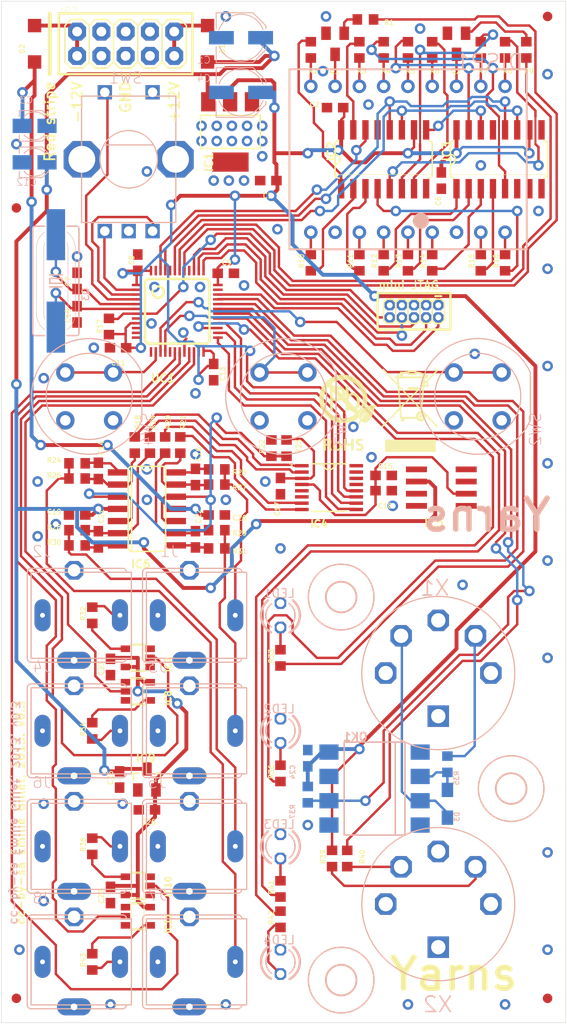
<source format=kicad_pcb>
(kicad_pcb (version 20211014) (generator pcbnew)
  (layers (0 "F.Cu" signal) (31 "B.Cu" signal) (34 "B.Paste" user) (35 "F.Paste" user) (36 "B.SilkS" user "B.Silkscreen") (37 "F.SilkS" user "F.Silkscreen") (38 "B.Mask" user) (39 "F.Mask" user) (44 "Edge.Cuts" user))
  (net 0 "")
  (net 1 "GND")
  (net 2 "+3V3")
  (net 3 "VCC")
  (net 4 "N$57")
  (net 5 "DISP_SCK")
  (net 6 "DISP_EN")
  (net 7 "DISP_SER")
  (net 8 "DISP_CHAR1")
  (net 9 "DISP_CHAR0")
  (net 10 "N$1")
  (net 11 "N$3")
  (net 12 "N$6")
  (net 13 "N$7")
  (net 14 "N$15")
  (net 15 "N$16")
  (net 16 "N$17")
  (net 17 "N$18")
  (net 18 "N$19")
  (net 19 "N$20")
  (net 20 "N$11")
  (net 21 "N$22")
  (net 22 "N$23")
  (net 23 "N$24")
  (net 24 "N$25")
  (net 25 "N$26")
  (net 26 "N$27")
  (net 27 "N$28")
  (net 28 "N$30")
  (net 29 "N$31")
  (net 30 "N$32")
  (net 31 "N$33")
  (net 32 "N$34")
  (net 33 "N$35")
  (net 34 "N$36")
  (net 35 "N$37")
  (net 36 "N$38")
  (net 37 "N$39")
  (net 38 "N$40")
  (net 39 "N$41")
  (net 40 "N$42")
  (net 41 "N$43")
  (net 42 "N$44")
  (net 43 "N$4")
  (net 44 "N$5")
  (net 45 "RESET")
  (net 46 "JTDI")
  (net 47 "JTDO")
  (net 48 "JTCK")
  (net 49 "JTMS")
  (net 50 "DAC_SS")
  (net 51 "DAC_MOSI")
  (net 52 "DAC_SCK")
  (net 53 "VEE")
  (net 54 "N$56")
  (net 55 "N$64")
  (net 56 "N$12")
  (net 57 "MIDI_RX")
  (net 58 "N$9")
  (net 59 "N$10")
  (net 60 "N$13")
  (net 61 "MIDI_TX")
  (net 62 "SWITCH_2")
  (net 63 "SWITCH_1")
  (net 64 "SWITCH_0")
  (net 65 "ENC_A")
  (net 66 "ENC_B")
  (net 67 "ENC_CLICK")
  (net 68 "CH_A")
  (net 69 "CH_B")
  (net 70 "CH_C")
  (net 71 "CH_D")
  (net 72 "+5V")
  (net 73 "VREF")
  (net 74 "GATE_D")
  (net 75 "GATE_C")
  (net 76 "GATE_B")
  (net 77 "GATE_A")
  (net 78 "+5VD")
  (net 79 "N$14")
  (net 80 "N$29")
  (net 81 "N$45")
  (net 82 "N$46")
  (net 83 "N$48")
  (net 84 "N$49")
  (net 85 "N$47")
  (net 86 "N$50")
  (net 87 "N$51")
  (net 88 "N$52")
  (net 89 "N$53")
  (net 90 "N$55")
  (net 91 "N$58")
  (net 92 "N$59")
  (net 93 "N$2")
  (net 94 "N$60")
  (net 95 "N$61")
  (net 96 "N$63")
  (net 97 "N$54")
  (net 98 "N$65")
  (net 99 "N$66")
  (net 100 "N$67")
  (net 101 "LED_4")
  (net 102 "LED_3")
  (net 103 "LED_2")
  (net 104 "LED_1")
  (net 105 "AOUT")
  (net 106 "N$8")
  (net 107 "VREF/2")
  (footprint "yarns_v03:R0603" (layer "F.Cu") (at 147.2211 98.3361 -90)
    (fp_text reference "R22")
    (fp_text value "47k")
  )
  (footprint "yarns_v03:R0603" (layer "F.Cu") (at 126.9011 108.4961)
    (fp_text reference "R30")
    (fp_text value "1.0k")
  )
  (footprint "yarns_v03:C0603" (layer "F.Cu") (at 134.2036 136.1186 180)
    (fp_text reference "C26")
    (fp_text value "1u")
  )
  (footprint "yarns_v03:R0603" (layer "F.Cu") (at 128.4886 151.9936 90)
    (fp_text reference "R43")
    (fp_text value "1.0k")
  )
  (footprint "yarns_v03:R0603" (layer "F.Cu") (at 155.1586 141.1986 90)
    (fp_text reference "R40")
    (fp_text value "51")
  )
  (footprint "yarns_v03:R0603" (layer "F.Cu") (at 164.0486 78.9686 90)
    (fp_text reference "R14")
    (fp_text value "100")
  )
  (footprint "yarns_v03:R0603" (layer "F.Cu") (at 148.1736 120.2436 90)
    (fp_text reference "R33")
    (fp_text value "100")
  )
  (footprint "yarns_v03:R0603" (layer "F.Cu") (at 141.5061 108.8136 180)
    (fp_text reference "R31")
    (fp_text value "1.0k")
  )
  (footprint "yarns_v03:R0603" (layer "F.Cu") (at 171.6686 56.7436 -90)
    (fp_text reference "R8")
    (fp_text value "100")
  )
  (footprint "yarns_v03:2X5-1.27" (layer "F.Cu") (at 160.8736 84.6836 -90)
    (fp_text reference "JP4")
    (fp_text value "")
  )
  (footprint "yarns_v03:C0603" (layer "F.Cu") (at 130.3936 145.0086 -90)
    (fp_text reference "C27")
    (fp_text value "100n")
  )
  (footprint "yarns_v03:R0603" (layer "F.Cu") (at 151.3486 56.7436 -90)
    (fp_text reference "R2")
    (fp_text value "100")
  )
  (footprint "yarns_v03:C0603" (layer "F.Cu") (at 133.2511 78.9686 90)
    (fp_text reference "C8")
    (fp_text value "100n")
  )
  (footprint "yarns_v03:R0603" (layer "F.Cu") (at 148.1736 132.3086 90)
    (fp_text reference "R36")
    (fp_text value "100")
  )
  (footprint "yarns_v03:SOT23" (layer "F.Cu") (at 134.2036 132.9436)
    (fp_text reference "IC9")
    (fp_text value "MCP1703CB")
  )
  (footprint "yarns_v03:R0603" (layer "F.Cu") (at 128.4886 127.8636 90)
    (fp_text reference "R34")
    (fp_text value "1.0k")
  )
  (footprint "yarns_v03:C0603" (layer "F.Cu") (at 141.1886 90.3986 -90)
    (fp_text reference "C13")
    (fp_text value "100n")
  )
  (footprint "yarns_v03:R0603" (layer "F.Cu") (at 128.4886 115.7986 -90)
    (fp_text reference "R32")
    (fp_text value "1.0k")
  )
  (footprint "yarns_v03:SOT23-BEC" (layer "F.Cu") (at 166.5886 56.1086 180)
    (fp_text reference "Q2")
    (fp_text value "MMBT3904")
  )
  (footprint "yarns_v03:ROHS" (layer "F.Cu") (at 151.3486 99.2886)
    (fp_text reference "U$5" hide)
    (fp_text value "" hide)
  )
  (footprint "yarns_v03:FIDUCIAL-1X2" (layer "F.Cu") (at 176.1136 155.8036)
    (fp_text reference "F6" hide)
    (fp_text value "FIDUCIAL1X2" hide)
  )
  (footprint "yarns_v03:LQFP48" (layer "F.Cu") (at 137.3786 84.0486 -90)
    (fp_text reference "UC1")
    (fp_text value "STM32F103CBT6")
  )
  (footprint "yarns_v03:R0603" (layer "F.Cu") (at 153.5711 141.1986 90)
    (fp_text reference "R39")
    (fp_text value "51")
  )
  (footprint "yarns_v03:R0603" (layer "F.Cu") (at 171.6686 78.9686 90)
    (fp_text reference "R16")
    (fp_text value "100")
  )
  (footprint "yarns_v03:C0603" (layer "F.Cu") (at 153.8886 62.7761 180)
    (fp_text reference "C2")
    (fp_text value "100n")
  )
  (footprint "yarns_v03:SOT23-5" (layer "F.Cu") (at 133.2511 144.0561 90)
    (fp_text reference "IC10")
    (fp_text value "74AHCT1G125DBV")
  )
  (footprint "yarns_v03:C0603" (layer "F.Cu") (at 131.3461 132.9436 -90)
    (fp_text reference "C25")
    (fp_text value "1u")
  )
  (footprint "yarns_v03:C0603" (layer "F.Cu") (at 165.0011 70.3961 -90)
    (fp_text reference "C6")
    (fp_text value "100n")
  )
  (footprint "yarns_v03:C0603" (layer "F.Cu") (at 158.9686 102.7811)
    (fp_text reference "C18")
    (fp_text value "100n")
  )
  (footprint "yarns_v03:SOD123" (layer "F.Cu") (at 122.4561 56.1086 -90)
    (fp_text reference "D2")
    (fp_text value "1N5819HW")
  )
  (footprint "yarns_v03:FIDUCIAL-1X2" (layer "F.Cu") (at 120.5511 73.2536)
    (fp_text reference "F3" hide)
    (fp_text value "FIDUCIAL1X2" hide)
  )
  (footprint "yarns_v03:C0603" (layer "F.Cu") (at 139.2836 101.3523 90)
    (fp_text reference "C16")
    (fp_text value "18p")
  )
  (footprint "yarns_v03:C0603" (layer "F.Cu") (at 126.9011 105.3211 180)
    (fp_text reference "C19")
    (fp_text value "100n")
  )
  (footprint "yarns_v03:C0603" (layer "F.Cu") (at 146.9036 70.3961 180)
    (fp_text reference "C5")
    (fp_text value "100n")
  )
  (footprint "yarns_v03:C0603" (layer "F.Cu") (at 139.2836 107.8611 -90)
    (fp_text reference "C22")
    (fp_text value "18p")
  )
  (footprint "yarns_v03:SO08" (layer "F.Cu") (at 165.0011 102.4636 -90)
    (fp_text reference "IC5")
    (fp_text value "REF02D")
  )
  (footprint "yarns_v03:SOT223" (layer "F.Cu") (at 142.9349 65.3161 180)
    (fp_text reference "IC1")
    (fp_text value "LM1117-3.3")
  )
  (footprint "yarns_v03:R0603" (layer "F.Cu") (at 156.4286 56.7436 -90)
    (fp_text reference "R3")
    (fp_text value "100")
  )
  (footprint "yarns_v03:R0603" (layer "F.Cu") (at 136.1086 98.0186 90)
    (fp_text reference "R20")
    (fp_text value "47k")
  )
  (footprint "yarns_v03:R0603" (layer "F.Cu") (at 134.5211 98.0186 90)
    (fp_text reference "R19")
    (fp_text value "47k")
  )
  (footprint "yarns_v03:C0603" (layer "F.Cu") (at 158.9686 101.1936)
    (fp_text reference "C15")
    (fp_text value "3.3u")
  )
  (footprint "yarns_v03:R0603" (layer "F.Cu") (at 137.6961 98.0186 90)
    (fp_text reference "R21")
    (fp_text value "47k")
  )
  (footprint "yarns_v03:SOP65P640X110-16N" (layer "F.Cu") (at 153.2536 102.4636)
    (fp_text reference "IC4")
    (fp_text value "DAC8564")
  )
  (footprint "yarns_v03:R0603" (layer "F.Cu") (at 169.1286 56.7436 -90)
    (fp_text reference "R7")
    (fp_text value "100")
  )
  (footprint "yarns_v03:R0603" (layer "F.Cu") (at 128.4886 139.9286 -90)
    (fp_text reference "R38")
    (fp_text value "1.0k")
  )
  (footprint "yarns_v03:SO16" (layer "F.Cu") (at 158.9686 68.1736)
    (fp_text reference "IC2")
    (fp_text value "74HC595D")
  )
  (footprint "yarns_v03:R0603" (layer "F.Cu") (at 156.4286 78.9686 90)
    (fp_text reference "R11")
    (fp_text value "100")
  )
  (footprint "yarns_v03:R0603" (layer "F.Cu") (at 148.1736 144.3736 90)
    (fp_text reference "R41")
    (fp_text value "100")
  )
  (footprint "yarns_v03:R0603" (layer "F.Cu") (at 130.2349 85.6361 -90)
    (fp_text reference "R17")
    (fp_text value "10k")
  )
  (footprint "yarns_v03:SOT23-5" (layer "F.Cu") (at 133.2511 123.7361 -90)
    (fp_text reference "IC8")
    (fp_text value "74AHCT1G125DBV")
  )
  (footprint "yarns_v03:C0603" (layer "F.Cu") (at 131.1875 87.8585 180)
    (fp_text reference "C11")
    (fp_text value "100n")
  )
  (footprint "yarns_v03:R0603" (layer "F.Cu") (at 158.9686 56.7436 -90)
    (fp_text reference "R4")
    (fp_text value "100")
  )
  (footprint "yarns_v03:C0603" (layer "F.Cu") (at 142.4586 80.0799)
    (fp_text reference "C9")
    (fp_text value "100n")
  )
  (footprint "yarns_v03:R0603" (layer "F.Cu") (at 157.0636 53.5686 180)
    (fp_text reference "R1")
    (fp_text value "1.0k")
  )
  (footprint "yarns_v03:R0603" (layer "F.Cu") (at 164.0486 56.7436 -90)
    (fp_text reference "R6")
    (fp_text value "100")
  )
  (footprint "yarns_v03:R0603" (layer "F.Cu") (at 173.8911 56.7436 90)
    (fp_text reference "R9")
    (fp_text value "1.0k")
  )
  (footprint "yarns_v03:AVR_ICSP" (layer "F.Cu") (at 131.9811 56.1086 -90)
    (fp_text reference "JP2")
    (fp_text value "M05X2PTH" hide)
  )
  (footprint "yarns_v03:R0603" (layer "F.Cu") (at 161.5086 78.9686 90)
    (fp_text reference "R13")
    (fp_text value "100")
  )
  (footprint "yarns_v03:C0603" (layer "F.Cu") (at 141.5061 105.3211 180)
    (fp_text reference "C20")
    (fp_text value "100n")
  )
  (footprint "yarns_v03:FIDUCIAL-1X2" (layer "F.Cu") (at 120.5511 155.8036)
    (fp_text reference "F5" hide)
    (fp_text value "FIDUCIAL1X2" hide)
  )
  (footprint "yarns_v03:R0603" (layer "F.Cu") (at 132.9336 98.0186 90)
    (fp_text reference "R18")
    (fp_text value "47k")
  )
  (footprint "yarns_v03:R0603" (layer "F.Cu") (at 151.3486 78.9686 90)
    (fp_text reference "R10")
    (fp_text value "100")
  )
  (footprint "yarns_v03:FIDUCIAL-1X2" (layer "F.Cu") (at 176.1136 53.2511)
    (fp_text reference "F1" hide)
    (fp_text value "FIDUCIAL1X2" hide)
  )
  (footprint "yarns_v03:R0603" (layer "F.Cu") (at 141.5061 100.5586 180)
    (fp_text reference "R25")
    (fp_text value "1.0k")
  )
  (footprint "yarns_v03:SOT23-5" (layer "F.Cu") (at 133.2511 147.2311 -90)
    (fp_text reference "IC11")
    (fp_text value "74AHCT1G125DBV")
  )
  (footprint "yarns_v03:R0603" (layer "F.Cu") (at 126.9011 106.9086)
    (fp_text reference "R28")
    (fp_text value "240k")
  )
  (footprint "yarns_v03:R0603" (layer "F.Cu") (at 148.8086 98.3361 90)
    (fp_text reference "R23")
    (fp_text value "47k")
  )
  (footprint "yarns_v03:C0603" (layer "F.Cu") (at 130.3936 121.1961 -90)
    (fp_text reference "C23")
    (fp_text value "100n")
  )
  (footprint "yarns_v03:R0603" (layer "F.Cu") (at 161.5086 56.7436 -90)
    (fp_text reference "R5")
    (fp_text value "100")
  )
  (footprint "yarns_v03:C0603" (layer "F.Cu") (at 126.9011 80.8736 -90)
    (fp_text reference "C7")
    (fp_text value "18p")
  )
  (footprint "yarns_v03:R0603" (layer "F.Cu") (at 158.9686 78.9686 90)
    (fp_text reference "R12")
    (fp_text value "100")
  )
  (footprint "yarns_v03:R0603" (layer "F.Cu") (at 141.5061 106.9086 180)
    (fp_text reference "R29")
    (fp_text value "240k")
  )
  (footprint "yarns_v03:R0603" (layer "F.Cu") (at 141.5061 102.1461 180)
    (fp_text reference "R27")
    (fp_text value "240k")
  )
  (footprint "yarns_v03:R0603" (layer "F.Cu") (at 148.1736 147.5486 -90)
    (fp_text reference "R42")
    (fp_text value "100")
  )
  (footprint "yarns_v03:C0603" (layer "F.Cu") (at 148.1736 102.3049 -90)
    (fp_text reference "C17")
    (fp_text value "220n")
  )
  (footprint "yarns_v03:SOT23-5" (layer "F.Cu") (at 133.2511 120.2436 90)
    (fp_text reference "IC7")
    (fp_text value "74AHCT1G125DBV")
  )
  (footprint "yarns_v03:SOT23-BEC" (layer "F.Cu") (at 153.8886 56.1086 180)
    (fp_text reference "Q1")
    (fp_text value "MMBT3904")
  )
  (footprint "yarns_v03:R0603" (layer "F.Cu") (at 126.9011 99.9236)
    (fp_text reference "R24")
    (fp_text value "1.0k")
  )
  (footprint "yarns_v03:R0603" (layer "F.Cu") (at 169.1286 78.9686 90)
    (fp_text reference "R15")
    (fp_text value "100")
  )
  (footprint "yarns_v03:C0603" (layer "F.Cu") (at 126.9011 84.3661 90)
    (fp_text reference "C10")
    (fp_text value "18p")
  )
  (footprint "yarns_v03:SO16" (layer "F.Cu") (at 171.0336 68.1736)
    (fp_text reference "IC3")
    (fp_text value "74HC595D")
  )
  (footprint "yarns_v03:SOD123" (layer "F.Cu") (at 140.5536 56.1086 90)
    (fp_text reference "D1")
    (fp_text value "1N5819HW")
  )
  (footprint "yarns_v03:SO14" (layer "F.Cu") (at 134.2036 104.6861 -90)
    (fp_text reference "IC6")
    (fp_text value "OPA4171")
  )
  (footprint "yarns_v03:C0603" (layer "F.Cu") (at 129.1236 100.7173 90)
    (fp_text reference "C14")
    (fp_text value "18p")
  )
  (footprint "yarns_v03:R0603" (layer "F.Cu") (at 126.9011 101.5111)
    (fp_text reference "R26")
    (fp_text value "240k")
  )
  (footprint "yarns_v03:C0603" (layer "F.Cu") (at 129.1236 107.8611 -90)
    (fp_text reference "C21")
    (fp_text value "18p")
  )
  (footprint "yarns_v03:PANASONIC_C" (layer "B.Cu") (at 144.0461 55.4736)
    (fp_text reference "C1")
    (fp_text value "22u")
  )
  (footprint "yarns_v03:3,0" (layer "B.Cu") (at 154.5236 153.8986 180)
    (fp_text reference "U$4" hide)
    (fp_text value "" hide)
  )
  (footprint "yarns_v03:PDC54" (layer "B.Cu") (at 161.5086 68.1736 180)
    (fp_text reference "DISP1")
    (fp_text value "KINGBRIGHT-PDC54-11")
  )
  (footprint "yarns_v03:C0603" (layer "B.Cu") (at 151.0311 130.7211 90)
    (fp_text reference "C24")
    (fp_text value "100n")
  )
  (footprint "yarns_v03:WQP_PJ_301BM" (layer "B.Cu") (at 126.5836 151.9936 90)
    (fp_text reference "J8")
    (fp_text value "PJ301WQP" hide)
  )
  (footprint "yarns_v03:D6R" (layer "B.Cu") (at 148.4911 92.9386 180)
    (fp_text reference "SW3")
    (fp_text value "D6R" hide)
  )
  (footprint "yarns_v03:WQP_PJ_301BM" (layer "B.Cu") (at 138.6486 127.8636 90)
    (fp_text reference "J3")
    (fp_text value "PJ301WQP" hide)
  )
  (footprint "yarns_v03:WQP_PJ_301BM" (layer "B.Cu") (at 126.5836 127.8636 90)
    (fp_text reference "J4")
    (fp_text value "PJ301WQP" hide)
  )
  (footprint "yarns_v03:WQP_PJ_301BM" (layer "B.Cu") (at 138.6486 139.9286 90)
    (fp_text reference "J5")
    (fp_text value "PJ301WQP" hide)
  )
  (footprint "yarns_v03:3,0" (layer "B.Cu") (at 172.3036 133.8961 180)
    (fp_text reference "U$3" hide)
    (fp_text value "" hide)
  )
  (footprint "yarns_v03:3,0" (layer "B.Cu") (at 154.5236 113.8936 180)
    (fp_text reference "U$2" hide)
    (fp_text value "" hide)
  )
  (footprint "yarns_v03:R0603" (layer "B.Cu") (at 151.0311 134.5311 90)
    (fp_text reference "R37")
    (fp_text value "10k")
  )
  (footprint "yarns_v03:DIL8-SMD" (layer "B.Cu") (at 158.0161 133.8961 -90)
    (fp_text reference "OK1")
    (fp_text value "6N137SMT")
  )
  (footprint "yarns_v03:PANASONIC_A" (layer "B.Cu") (at 122.4561 68.4911)
    (fp_text reference "C12")
    (fp_text value "10u")
  )
  (footprint "yarns_v03:LED3MM" (layer "B.Cu") (at 148.1736 151.9936 90)
    (fp_text reference "LED4")
    (fp_text value "")
  )
  (footprint "yarns_v03:WQP_PJ_301BM" (layer "B.Cu") (at 126.5836 115.7986 90)
    (fp_text reference "J2")
    (fp_text value "PJ301WQP" hide)
  )
  (footprint "yarns_v03:SOD323-W" (layer "B.Cu") (at 165.6361 135.4836 -90)
    (fp_text reference "D3")
    (fp_text value "1N4148")
  )
  (footprint "yarns_v03:ALPS_EC12E_SW" (layer "B.Cu") (at 132.2986 68.1736 180)
    (fp_text reference "SW1")
    (fp_text value "EC12E_SW" hide)
  )
  (footprint "yarns_v03:HC49UP" (layer "B.Cu") (at 124.6786 80.8736 90)
    (fp_text reference "Q3")
    (fp_text value "8MHz")
  )
  (footprint "yarns_v03:D6R" (layer "B.Cu") (at 128.1711 92.9386 180)
    (fp_text reference "SW4")
    (fp_text value "D6R" hide)
  )
  (footprint "yarns_v03:SD-50BV" (layer "B.Cu") (at 164.6836 145.9611 180)
    (fp_text reference "X2")
    (fp_text value "CUI-SD-50BV" hide)
  )
  (footprint "yarns_v03:SD-50BV" (layer "B.Cu") (at 164.6836 121.8311 180)
    (fp_text reference "X1")
    (fp_text value "CUI-SD-50BV" hide)
  )
  (footprint "yarns_v03:LED3MM" (layer "B.Cu") (at 148.1736 115.7986 90)
    (fp_text reference "LED1")
    (fp_text value "")
  )
  (footprint "yarns_v03:LED3MM" (layer "B.Cu") (at 148.1736 127.8636 90)
    (fp_text reference "LED2")
    (fp_text value "")
  )
  (footprint "yarns_v03:WQP_PJ_301BM" (layer "B.Cu") (at 138.6486 151.9936 90)
    (fp_text reference "J7")
    (fp_text value "PJ301WQP" hide)
  )
  (footprint "yarns_v03:R0603" (layer "B.Cu") (at 165.6361 131.3561 90)
    (fp_text reference "R35")
    (fp_text value "220")
  )
  (footprint "yarns_v03:PANASONIC_A" (layer "B.Cu") (at 122.4561 64.6811)
    (fp_text reference "C3")
    (fp_text value "10u")
  )
  (footprint "yarns_v03:WQP_PJ_301BM" (layer "B.Cu") (at 126.5836 139.9286 90)
    (fp_text reference "J6")
    (fp_text value "PJ301WQP" hide)
  )
  (footprint "yarns_v03:PANASONIC_C" (layer "B.Cu") (at 144.0461 61.1886)
    (fp_text reference "C4")
    (fp_text value "22u")
  )
  (footprint "yarns_v03:LED3MM" (layer "B.Cu") (at 148.1736 139.9286 90)
    (fp_text reference "LED3")
    (fp_text value "")
  )
  (footprint "yarns_v03:WQP_PJ_301BM" (layer "B.Cu") (at 138.6486 115.7986 90)
    (fp_text reference "J1")
    (fp_text value "PJ301WQP" hide)
  )
  (footprint "yarns_v03:D6R" (layer "B.Cu") (at 168.8111 92.9386 180)
    (fp_text reference "SW2")
    (fp_text value "D6R40F2LFS" hide)
  )
  (gr_line (start 158.3336 85.9536) (end 165.9536 85.9536) (layer "F.SilkS") (width 0.254))
  (gr_line (start 124.0436 59.2836) (end 124.0436 52.9336) (layer "F.SilkS") (width 0.4064))
  (gr_line (start 138.9661 59.2836) (end 124.9961 59.2836) (layer "F.SilkS") (width 0.254))
  (gr_line (start 138.9661 52.9336) (end 138.9661 59.2836) (layer "F.SilkS") (width 0.254))
  (gr_line (start 124.9961 59.2836) (end 124.9961 52.9336) (layer "F.SilkS") (width 0.254))
  (gr_line (start 165.9536 85.9536) (end 165.9536 82.1436) (layer "F.SilkS") (width 0.254))
  (gr_line (start 165.9536 82.1436) (end 158.3336 82.1436) (layer "F.SilkS") (width 0.254))
  (gr_line (start 158.3336 82.1436) (end 158.3336 85.9536) (layer "F.SilkS") (width 0.254))
  (gr_line (start 124.9961 52.9336) (end 138.9661 52.9336) (layer "F.SilkS") (width 0.254))
  (gr_line (start 118.9836 51.6636) (end 178.0186 51.6636) (layer "Edge.Cuts") (width 0.05))
  (gr_line (start 118.9836 158.3436) (end 118.9836 51.6636) (layer "Edge.Cuts") (width 0.05))
  (gr_line (start 178.0186 51.6636) (end 178.0186 158.3436) (layer "Edge.Cuts") (width 0.05))
  (gr_line (start 178.0186 158.3436) (end 118.9836 158.3436) (layer "Edge.Cuts") (width 0.05))
  (gr_text "Yarns" (at 176.7486 107.2261) (layer "B.SilkS") (effects (font (size 3.2385 3.2385) (thickness 0.5715)) (justify left bottom mirror)))
  (gr_text "cc-by-sa Émilie Gillet, 2013. v0.3" (at 119.9161 148.1836 -90) (layer "B.SilkS") (effects (font (size 0.8636 0.8636) (thickness 0.1524)) (justify left bottom mirror)))
  (gr_text "+12V" (at 136.4261 59.9186 90) (layer "F.SilkS") (effects (font (size 1.0795 1.0795) (thickness 0.1905)) (justify right top)))
  (gr_text "-12V" (at 126.2661 59.9186 90) (layer "F.SilkS") (effects (font (size 1.0795 1.0795) (thickness 0.1905)) (justify right top)))
  (gr_text "Yarns" (at 159.2861 155.1686) (layer "F.SilkS") (effects (font (size 3.2385 3.2385) (thickness 0.5715)) (justify left bottom)))
  (gr_text "GND" (at 131.3461 59.9186 90) (layer "F.SilkS") (effects (font (size 1.0795 1.0795) (thickness 0.1905)) (justify right top)))
  (gr_text "mini JTAG" (at 158.3336 81.8261) (layer "F.SilkS") (effects (font (size 0.8636 0.8636) (thickness 0.1524)) (justify left bottom)))
  (gr_text "cc-by-sa Émilie Gillet, 2013. v0.3" (at 121.5036 148.1836 90) (layer "F.SilkS") (effects (font (size 0.8636 0.8636) (thickness 0.1524)) (justify left bottom)))
  (gr_text "Red stripe" (at 123.4086 59.9186 90) (layer "F.SilkS") (effects (font (size 1.0795 1.0795) (thickness 0.1905)) (justify right top)))
  (segment (start 138.1286 88.2986) (end 138.1286 87.1086) (width 0.254) (layer "F.Cu") (net 1))
  (segment (start 138.1286 87.1086) (end 138.3311 86.9061) (width 0.254) (layer "F.Cu") (net 1))
  (via (at 146.5861 101.8286) (size 1.108) (drill 0.6) (layers "F.Cu" "B.Cu") (net 1))
  (via (at 142.4586 103.7336) (size 1.108) (drill 0.6) (layers "F.Cu" "B.Cu") (net 1))
  (via (at 143.0936 66.2686) (size 1.108) (drill 0.6) (layers "F.Cu" "B.Cu") (net 1))
  (via (at 157.6986 99.2886) (size 1.108) (drill 0.6) (layers "F.Cu" "B.Cu") (net 1))
  (via (at 176.1136 120.2436) (size 1.108) (drill 0.6) (layers "F.Cu" "B.Cu") (net 1))
  (via (at 152.6186 58.9661) (size 1.108) (drill 0.6) (layers "F.Cu" "B.Cu") (net 1))
  (via (at 143.0936 64.6811) (size 1.108) (drill 0.6) (layers "F.Cu" "B.Cu") (net 1))
  (via (at 152.9361 53.2511) (size 1.108) (drill 0.6) (layers "F.Cu" "B.Cu") (net 1))
  (via (at 141.5061 66.2686) (size 1.108) (drill 0.6) (layers "F.Cu" "B.Cu") (net 1))
  (via (at 130.3936 156.4386) (size 1.108) (drill 0.6) (layers "F.Cu" "B.Cu") (net 1))
  (via (at 134.9975 81.5086) (size 1.108) (drill 0.6) (layers "F.Cu" "B.Cu") (net 1))
  (via (at 162.7786 54.5211) (size 1.108) (drill 0.6) (layers "F.Cu" "B.Cu") (net 1))
  (via (at 120.5511 66.5861) (size 1.108) (drill 0.6) (layers "F.Cu" "B.Cu") (net 1))
  (via (at 176.1136 59.2836) (size 1.108) (drill 0.6) (layers "F.Cu" "B.Cu") (net 1))
  (via (at 122.7736 107.5436) (size 1.108) (drill 0.6) (layers "F.Cu" "B.Cu") (net 1))
  (via (at 139.9186 64.6811) (size 1.108) (drill 0.6) (layers "F.Cu" "B.Cu") (net 1))
  (via (at 144.6811 64.6811) (size 1.108) (drill 0.6) (layers "F.Cu" "B.Cu") (net 1))
  (via (at 148.1736 108.8136) (size 1.108) (drill 0.6) (layers "F.Cu" "B.Cu") (net 1))
  (via (at 147.8561 75.4761) (size 1.108) (drill 0.6) (layers "F.Cu" "B.Cu") (net 1))
  (via (at 120.8686 150.7236) (size 1.108) (drill 0.6) (layers "F.Cu" "B.Cu") (net 1))
  (via (at 134.2036 69.4436) (size 1.108) (drill 0.6) (layers "F.Cu" "B.Cu") (net 1))
  (via (at 155.7936 96.1136) (size 1.108) (drill 0.6) (layers "F.Cu" "B.Cu") (net 1))
  (via (at 141.5061 64.6811) (size 1.108) (drill 0.6) (layers "F.Cu" "B.Cu") (net 1))
  (via (at 146.2686 64.6811) (size 1.108) (drill 0.6) (layers "F.Cu" "B.Cu") (net 1))
  (via (at 176.1136 150.7236) (size 1.108) (drill 0.6) (layers "F.Cu" "B.Cu") (net 1))
  (via (at 176.1136 79.6036) (size 1.108) (drill 0.6) (layers "F.Cu" "B.Cu") (net 1))
  (via (at 146.2686 67.8561) (size 1.108) (drill 0.6) (layers "F.Cu" "B.Cu") (net 1))
  (via (at 122.7736 101.8286) (size 1.108) (drill 0.6) (layers "F.Cu" "B.Cu") (net 1))
  (via (at 126.9011 78.3336) (size 1.108) (drill 0.6) (layers "F.Cu" "B.Cu") (net 1))
  (via (at 139.2836 98.9711) (size 1.108) (drill 0.6) (layers "F.Cu" "B.Cu") (net 1))
  (via (at 131.6636 135.4836) (size 1.108) (drill 0.6) (layers "F.Cu" "B.Cu") (net 1))
  (via (at 123.4086 135.4836) (size 1.108) (drill 0.6) (layers "F.Cu" "B.Cu") (net 1))
  (via (at 123.4086 91.0336) (size 1.108) (drill 0.6) (layers "F.Cu" "B.Cu") (net 1))
  (via (at 167.2236 112.6236) (size 1.108) (drill 0.6) (layers "F.Cu" "B.Cu") (net 1))
  (via (at 138.0136 86.2711) (size 1.108) (drill 0.6) (layers "F.Cu" "B.Cu") (net 1))
  (via (at 134.6799 85.3186) (size 1.108) (drill 0.6) (layers "F.Cu" "B.Cu") (net 1))
  (via (at 142.4586 156.4386) (size 1.108) (drill 0.6) (layers "F.Cu" "B.Cu") (net 1))
  (via (at 124.6786 106.2736) (size 1.108) (drill 0.6) (layers "F.Cu" "B.Cu") (net 1))
  (via (at 134.2036 100.5586) (size 1.108) (drill 0.6) (layers "F.Cu" "B.Cu") (net 1))
  (via (at 151.0311 137.7061) (size 1.108) (drill 0.6) (layers "F.Cu" "B.Cu") (net 1))
  (via (at 144.3636 70.3961) (size 1.108) (drill 0.6) (layers "F.Cu" "B.Cu") (net 1))
  (via (at 139.2836 92.6211) (size 1.108) (drill 0.6) (layers "F.Cu" "B.Cu") (net 1))
  (via (at 142.7761 70.3961) (size 1.108) (drill 0.6) (layers "F.Cu" "B.Cu") (net 1))
  (via (at 144.6811 66.2686) (size 1.108) (drill 0.6) (layers "F.Cu" "B.Cu") (net 1))
  (via (at 161.5086 156.4386) (size 1.108) (drill 0.6) (layers "F.Cu" "B.Cu") (net 1))
  (via (at 139.7599 81.5086) (size 1.108) (drill 0.6) (layers "F.Cu" "B.Cu") (net 1))
  (via (at 168.4936 88.4936) (size 1.108) (drill 0.6) (layers "F.Cu" "B.Cu") (net 1))
  (via (at 141.1886 70.3961) (size 1.108) (drill 0.6) (layers "F.Cu" "B.Cu") (net 1))
  (via (at 128.6473 87.8586) (size 1.108) (drill 0.6) (layers "F.Cu" "B.Cu") (net 1))
  (via (at 175.1611 73.5711) (size 1.108) (drill 0.6) (layers "F.Cu" "B.Cu") (net 1))
  (via (at 139.9186 66.2686) (size 1.108) (drill 0.6) (layers "F.Cu" "B.Cu") (net 1))
  (via (at 134.2036 103.7336) (size 1.108) (drill 0.6) (layers "F.Cu" "B.Cu") (net 1))
  (via (at 176.1136 110.0836) (size 1.108) (drill 0.6) (layers "F.Cu" "B.Cu") (net 1))
  (via (at 171.6686 156.4386) (size 1.108) (drill 0.6) (layers "F.Cu" "B.Cu") (net 1))
  (via (at 169.1286 68.8086) (size 1.108) (drill 0.6) (layers "F.Cu" "B.Cu") (net 1))
  (via (at 176.1136 140.5636) (size 1.108) (drill 0.6) (layers "F.Cu" "B.Cu") (net 1))
  (via (at 146.2686 66.2686) (size 1.108) (drill 0.6) (layers "F.Cu" "B.Cu") (net 1))
  (via (at 157.3811 62.4586) (size 1.108) (drill 0.6) (layers "F.Cu" "B.Cu") (net 1))
  (via (at 142.4586 53.2511) (size 1.108) (drill 0.6) (layers "F.Cu" "B.Cu") (net 1))
  (via (at 176.1136 99.9236) (size 1.108) (drill 0.6) (layers "F.Cu" "B.Cu") (net 1))
  (via (at 123.4086 145.6436) (size 1.108) (drill 0.6) (layers "F.Cu" "B.Cu") (net 1))
  (via (at 144.3637 81.3498) (size 1.108) (drill 0.6) (layers "F.Cu" "B.Cu") (net 1))
  (via (at 176.1136 89.7636) (size 1.108) (drill 0.6) (layers "F.Cu" "B.Cu") (net 1))
  (via (at 159.9211 104.3686) (size 1.108) (drill 0.6) (layers "F.Cu" "B.Cu") (net 1))
  (segment (start 142.9095 62.1665) (end 143.0936 62.3506) (width 0.4064) (layer "F.Cu") (net 2))
  (segment (start 141.9824 79.1273) (end 141.6086 79.5011) (width 0.254) (layer "F.Cu") (net 2))
  (segment (start 166.5886 67.5386) (end 165.9536 67.5386) (width 0.4064) (layer "F.Cu") (net 2))
  (segment (start 142.7761 62.0331) (end 142.9095 62.1665) (width 0.4064) (layer "F.Cu") (net 2))
  (segment (start 147.7536 68.7061) (end 147.5386 68.4911) (width 0.4064) (layer "F.Cu") (net 2))
  (segment (start 154.5236 65.1002) (end 154.5236 64.0461) (width 0.254) (layer "F.Cu") (net 2))
  (segment (start 133.2511 79.8186) (end 134.6086 79.8186) (width 0.254) (layer "F.Cu") (net 2))
  (segment (start 134.6086 79.8186) (end 134.6286 79.7986) (width 0.254) (layer "F.Cu") (net 2))
  (segment (start 147.5386 60.2361) (end 147.2211 59.9186) (width 0.4064) (layer "F.Cu") (net 2))
  (segment (start 166.5886 117.3861) (end 174.8436 109.1311) (width 0.4064) (layer "F.Cu") (net 2))
  (segment (start 157.0636 68.4911) (end 158.0161 67.5386) (width 0.4064) (layer "F.Cu") (net 2))
  (segment (start 131.9811 85.7948) (end 132.4773 85.2986) (width 0.254) (layer "F.Cu") (net 2))
  (segment (start 139.6011 90.7161) (end 140.5536 89.7636) (width 0.254) (layer "F.Cu") (net 2))
  (segment (start 158.0161 67.5386) (end 161.5086 67.5386) (width 0.4064) (layer "F.Cu") (net 2))
  (segment (start 147.7536 70.3961) (end 147.7536 68.7061) (width 0.4064) (layer "F.Cu") (net 2))
  (segment (start 153.5711 132.6261) (end 153.5711 140.3486) (width 0.254) (layer "F.Cu") (net 2))
  (segment (start 154.5236 64.0461) (end 154.8411 63.7286) (width 0.254) (layer "F.Cu") (net 2))
  (segment (start 174.2086 67.5386) (end 174.2086 65.1002) (width 0.254) (layer "F.Cu") (net 2))
  (segment (start 147.8561 71.3486) (end 147.8561 70.4986) (width 0.4064) (layer "F.Cu") (net 2))
  (segment (start 147.2211 71.9836) (end 143.4111 71.9836) (width 0.4064) (layer "F.Cu") (net 2))
  (segment (start 147.5386 68.4911) (end 147.5386 67.5386) (width 0.4064) (layer "F.Cu") (net 2))
  (segment (start 131.9811 87.8021) (end 131.9811 86.4298) (width 0.254) (layer "F.Cu") (net 2))
  (segment (start 133.1286 79.9411) (end 133.1286 81.2986) (width 0.254) (layer "F.Cu") (net 2))
  (segment (start 154.8411 102.4636) (end 155.1586 102.7811) (width 0.254) (layer "F.Cu") (net 2))
  (segment (start 154.8411 63.7286) (end 154.8411 62.8786) (width 0.254) (layer "F.Cu") (net 2))
  (segment (start 141.1886 89.5486) (end 141.1886 88.4936) (width 0.254) (layer "F.Cu") (net 2))
  (segment (start 165.0011 68.4911) (end 165.0011 69.5461) (width 0.4064) (layer "F.Cu") (net 2))
  (segment (start 133.5686 87.8586) (end 132.0376 87.8586) (width 0.254) (layer "F.Cu") (net 2))
  (segment (start 161.5086 67.5386) (end 162.1436 66.9036) (width 0.254) (layer "F.Cu") (net 2))
  (segment (start 156.0857 102.7811) (end 156.0984 102.7938) (width 0.254) (layer "F.Cu") (net 2))
  (segment (start 137.6961 71.9836) (end 136.7436 72.9361) (width 0.4064) (layer "F.Cu") (net 2))
  (segment (start 132.0375 87.8585) (end 131.9811 87.8021) (width 0.254) (layer "F.Cu") (net 2))
  (segment (start 140.5536 89.7636) (end 140.9736 89.7636) (width 0.254) (layer "F.Cu") (net 2))
  (segment (start 131.6636 80.0798) (end 131.9248 79.8186) (width 0.254) (layer "F.Cu") (net 2))
  (segment (start 156.4286 129.7686) (end 153.5711 132.6261) (width 0.254) (layer "F.Cu") (net 2))
  (segment (start 164.6836 82.4611) (end 164.6836 83.4136) (width 0.4064) (layer "F.Cu") (net 2))
  (segment (start 147.5386 62.7761) (end 147.5386 60.2361) (width 0.4064) (layer "F.Cu") (net 2))
  (segment (start 141.6286 80.0999) (end 141.6286 81.2986) (width 0.254) (layer "F.Cu") (net 2))
  (segment (start 143.4111 78.6511) (end 142.9349 79.1273) (width 0.254) (layer "F.Cu") (net 2))
  (segment (start 162.1436 66.9036) (end 162.1436 65.1002) (width 0.254) (layer "F.Cu") (net 2))
  (segment (start 174.8436 109.1311) (end 174.8436 89.7636) (width 0.4064) (layer "F.Cu") (net 2))
  (segment (start 141.1886 88.4936) (end 140.8711 88.1761) (width 0.254) (layer "F.Cu") (net 2))
  (segment (start 147.5386 67.5386) (end 147.5386 62.7761) (width 0.4064) (layer "F.Cu") (net 2))
  (segment (start 156.4286 129.7686) (end 156.4286 129.4511) (width 0.4064) (layer "F.Cu") (net 2))
  (segment (start 144.6811 88.4936) (end 144.6811 91.3511) (width 0.254) (layer "F.Cu") (net 2))
  (segment (start 141.6086 80.0799) (end 141.6649 80.0236) (width 0.254) (layer "F.Cu") (net 2))
  (segment (start 140.8711 88.1761) (end 140.2511 88.1761) (width 0.254) (layer "F.Cu") (net 2))
  (segment (start 143.7286 59.9186) (end 142.7761 60.8711) (width 0.4064) (layer "F.Cu") (net 2))
  (segment (start 165.9536 67.5386) (end 165.0011 68.4911) (width 0.4064) (layer "F.Cu") (net 2))
  (segment (start 156.4286 129.4511) (end 166.5886 119.2911) (width 0.4064) (layer "F.Cu") (net 2))
  (segment (start 155.1586 102.7811) (end 156.0857 102.7811) (width 0.254) (layer "F.Cu") (net 2))
  (segment (start 132.0376 87.8586) (end 132.0375 87.8585) (width 0.254) (layer "F.Cu") (net 2))
  (segment (start 131.9248 79.8186) (end 133.2511 79.8186) (width 0.254) (layer "F.Cu") (net 2))
  (segment (start 142.7761 60.8711) (end 142.7761 62.0331) (width 0.4064) (layer "F.Cu") (net 2))
  (segment (start 144.6811 91.3511) (end 145.3161 91.9861) (width 0.254) (layer "F.Cu") (net 2))
  (segment (start 174.8436 89.7636) (end 167.5411 82.4611) (width 0.4064) (layer "F.Cu") (net 2))
  (segment (start 155.7936 68.4911) (end 157.0636 68.4911) (width 0.4064) (layer "F.Cu") (net 2))
  (segment (start 166.5886 119.2911) (end 166.5886 117.3861) (width 0.4064) (layer "F.Cu") (net 2))
  (segment (start 152.3011 91.9861) (end 154.8411 94.5261) (width 0.254) (layer "F.Cu") (net 2))
  (segment (start 131.9811 86.4298) (end 131.9811 85.7948) (width 0.254) (layer "F.Cu") (net 2))
  (segment (start 131.9811 86.4298) (end 130.2912 86.4298) (width 0.254) (layer "F.Cu") (net 2))
  (segment (start 133.2511 79.8186) (end 133.1286 79.9411) (width 0.254) (layer "F.Cu") (net 2))
  (segment (start 140.9736 89.7636) (end 141.1886 89.5486) (width 0.254) (layer "F.Cu") (net 2))
  (segment (start 154.8411 94.5261) (end 154.8411 102.4636) (width 0.254) (layer "F.Cu") (net 2))
  (segment (start 130.2912 86.4298) (end 130.2349 86.4861) (width 0.254) (layer "F.Cu") (net 2))
  (segment (start 145.3161 91.9861) (end 152.3011 91.9861) (width 0.254) (layer "F.Cu") (net 2))
  (segment (start 164.6836 82.4611) (end 158.0161 82.4611) (width 0.4064) (layer "F.Cu") (net 2))
  (segment (start 147.2211 71.9836) (end 147.8561 71.3486) (width 0.4064) (layer "F.Cu") (net 2))
  (segment (start 141.6086 79.5011) (end 141.6086 80.0799) (width 0.254) (layer "F.Cu") (net 2))
  (segment (start 147.2211 59.9186) (end 143.7286 59.9186) (width 0.4064) (layer "F.Cu") (net 2))
  (segment (start 143.4111 71.9836) (end 137.6961 71.9836) (width 0.4064) (layer "F.Cu") (net 2))
  (segment (start 154.2061 67.2211) (end 154.5236 67.2211) (width 0.4064) (layer "F.Cu") (net 2))
  (segment (start 154.5236 67.2211) (end 155.7936 68.4911) (width 0.4064) (layer "F.Cu") (net 2))
  (segment (start 140.2511 88.1761) (end 140.1286 88.2986) (width 0.254) (layer "F.Cu") (net 2))
  (segment (start 144.9986 88.1761) (end 144.6811 88.4936) (width 0.254) (layer "F.Cu") (net 2))
  (segment (start 139.6011 91.1923) (end 139.6011 90.7161) (width 0.254) (layer "F.Cu") (net 2))
  (segment (start 147.5386 67.5386) (end 151.0311 67.5386) (width 0.4064) (layer "F.Cu") (net 2))
  (segment (start 142.9349 79.1273) (end 141.9824 79.1273) (width 0.254) (layer "F.Cu") (net 2))
  (segment (start 147.8561 70.4986) (end 147.7536 70.3961) (width 0.4064) (layer "F.Cu") (net 2))
  (segment (start 154.5236 67.2211) (end 154.5236 65.1002) (width 0.4064) (layer "F.Cu") (net 2))
  (segment (start 132.4773 85.2986) (end 133.1286 85.2986) (width 0.254) (layer "F.Cu") (net 2))
  (segment (start 166.5886 67.5386) (end 166.5886 65.1002) (width 0.4064) (layer "F.Cu") (net 2))
  (segment (start 154.8411 62.8786) (end 154.7386 62.7761) (width 0.254) (layer "F.Cu") (net 2))
  (segment (start 167.5411 82.4611) (end 164.6836 82.4611) (width 0.4064) (layer "F.Cu") (net 2))
  (segment (start 141.6086 80.0799) (end 141.6286 80.0999) (width 0.254) (layer "F.Cu") (net 2))
  (via (at 166.5886 67.5386) (size 1.108) (drill 0.6) (layers "F.Cu" "B.Cu") (net 2))
  (via (at 151.0311 67.5386) (size 1.108) (drill 0.6) (layers "F.Cu" "B.Cu") (net 2))
  (via (at 161.5086 67.5386) (size 1.108) (drill 0.6) (layers "F.Cu" "B.Cu") (net 2))
  (via (at 158.0161 82.4611) (size 1.108) (drill 0.6) (layers "F.Cu" "B.Cu") (net 2))
  (via (at 133.5686 87.8586) (size 1.108) (drill 0.6) (layers "F.Cu" "B.Cu") (net 2))
  (via (at 147.2211 71.9836) (size 1.108) (drill 0.6) (layers "F.Cu" "B.Cu") (net 2))
  (via (at 143.4111 78.6511) (size 1.108) (drill 0.6) (layers "F.Cu" "B.Cu") (net 2))
  (via (at 147.5386 62.7761) (size 1.108) (drill 0.6) (layers "F.Cu" "B.Cu") (net 2))
  (via (at 144.9986 88.1761) (size 1.108) (drill 0.6) (layers "F.Cu" "B.Cu") (net 2))
  (via (at 156.4286 129.7686) (size 1.108) (drill 0.6) (layers "F.Cu" "B.Cu") (net 2))
  (via (at 131.6636 80.0798) (size 1.108) (drill 0.6) (layers "F.Cu" "B.Cu") (net 2))
  (via (at 143.4111 71.9836) (size 1.108) (drill 0.6) (layers "F.Cu" "B.Cu") (net 2))
  (via (at 139.6011 91.1923) (size 1.108) (drill 0.6) (layers "F.Cu" "B.Cu") (net 2))
  (via (at 136.7436 72.9361) (size 1.108) (drill 0.6) (layers "F.Cu" "B.Cu") (net 2))
  (via (at 174.2086 67.5386) (size 1.108) (drill 0.6) (layers "F.Cu" "B.Cu") (net 2))
  (via (at 154.2061 67.2211) (size 1.108) (drill 0.6) (layers "F.Cu" "B.Cu") (net 2))
  (segment (start 135.4736 78.1748) (end 135.4736 78.3336) (width 0.254) (layer "B.Cu") (net 2))
  (segment (start 135.4736 78.3336) (end 136.4261 79.2861) (width 0.254) (layer "B.Cu") (net 2))
  (segment (start 151.0311 131.5711) (end 151.0311 133.6811) (width 0.4064) (layer "B.Cu") (net 2))
  (segment (start 153.5636 129.7686) (end 156.4286 129.7686) (width 0.4064) (layer "B.Cu") (net 2))
  (segment (start 155.7936 80.2386) (end 152.6186 80.2386) (width 0.4064) (layer "B.Cu") (net 2))
  (segment (start 147.5386 61.1886) (end 146.0961 61.1886) (width 0.4064) (layer "B.Cu") (net 2))
  (segment (start 152.5161 130.0861) (end 153.2461 130.0861) (width 0.4064) (layer "B.Cu") (net 2))
  (segment (start 149.4436 74.2061) (end 147.2211 71.9836) (width 0.4064) (layer "B.Cu") (net 2))
  (segment (start 173.5736 66.9036) (end 174.2086 67.5386) (width 0.254) (layer "B.Cu") (net 2))
  (segment (start 133.5686 80.0798) (end 131.6636 80.0798) (width 0.254) (layer "B.Cu") (net 2))
  (segment (start 133.5686 80.0798) (end 133.5686 87.8586) (width 0.254) (layer "B.Cu") (net 2))
  (segment (start 158.0161 82.4611) (end 155.7936 80.2386) (width 0.4064) (layer "B.Cu") (net 2))
  (segment (start 166.5886 67.5386) (end 167.2236 66.9036) (width 0.254) (layer "B.Cu") (net 2))
  (segment (start 139.6011 87.8586) (end 139.6011 91.1923) (width 0.254) (layer "B.Cu") (net 2))
  (segment (start 138.9661 87.2236) (end 139.4424 87.6999) (width 0.254) (layer "B.Cu") (net 2))
  (segment (start 139.4424 87.6999) (end 139.6011 87.8586) (width 0.254) (layer "B.Cu") (net 2))
  (segment (start 136.7436 76.9048) (end 135.4736 78.1748) (width 0.254) (layer "B.Cu") (net 2))
  (segment (start 136.4261 79.2861) (end 136.4261 86.1123) (width 0.254) (layer "B.Cu") (net 2))
  (segment (start 161.5086 67.5386) (end 166.5886 67.5386) (width 0.4064) (layer "B.Cu") (net 2))
  (segment (start 151.0311 67.5386) (end 151.3486 67.2211) (width 0.4064) (layer "B.Cu") (net 2))
  (segment (start 139.4424 87.6999) (end 144.5224 87.6999) (width 0.254) (layer "B.Cu") (net 2))
  (segment (start 136.7436 72.9361) (end 136.7436 76.9048) (width 0.254) (layer "B.Cu") (net 2))
  (segment (start 151.0311 131.5711) (end 152.5161 130.0861) (width 0.4064) (layer "B.Cu") (net 2))
  (segment (start 147.5386 62.7761) (end 147.5386 61.1886) (width 0.4064) (layer "B.Cu") (net 2))
  (segment (start 152.6186 80.2386) (end 149.4436 77.0636) (width 0.4064) (layer "B.Cu") (net 2))
  (segment (start 151.3486 67.2211) (end 154.2061 67.2211) (width 0.4064) (layer "B.Cu") (net 2))
  (segment (start 167.2236 66.9036) (end 173.5736 66.9036) (width 0.254) (layer "B.Cu") (net 2))
  (segment (start 143.4111 71.9836) (end 143.4111 78.6511) (width 0.254) (layer "B.Cu") (net 2))
  (segment (start 137.5374 87.2236) (end 138.9661 87.2236) (width 0.254) (layer "B.Cu") (net 2))
  (segment (start 153.2461 130.0861) (end 153.5636 129.7686) (width 0.4064) (layer "B.Cu") (net 2))
  (segment (start 149.4436 77.0636) (end 149.4436 74.2061) (width 0.4064) (layer "B.Cu") (net 2))
  (segment (start 144.5224 87.6999) (end 144.9986 88.1761) (width 0.254) (layer "B.Cu") (net 2))
  (segment (start 136.4261 86.1123) (end 137.5374 87.2236) (width 0.254) (layer "B.Cu") (net 2))
  (segment (start 135.4736 78.1748) (end 133.5686 80.0798) (width 0.254) (layer "B.Cu") (net 2))
  (segment (start 129.1236 104.6861) (end 128.4886 105.3211) (width 0.4064) (layer "F.Cu") (net 3))
  (segment (start 147.5386 57.3786) (end 146.5861 57.3786) (width 0.4064) (layer "F.Cu") (net 3))
  (segment (start 142.4586 58.6486) (end 146.2686 58.6486) (width 0.4064) (layer "F.Cu") (net 3))
  (segment (start 163.7311 105.9561) (end 164.3661 105.3211) (width 0.4064) (layer "F.Cu") (net 3))
  (segment (start 133.8861 108.8136) (end 138.0136 112.9411) (width 0.4064) (layer "F.Cu") (net 3))
  (segment (start 146.2686 58.6486) (end 147.5386 57.3786) (width 0.4064) (layer "F.Cu") (net 3))
  (segment (start 141.8236 59.2836) (end 142.4586 58.6486) (width 0.4064) (layer "F.Cu") (net 3))
  (segment (start 129.8611 132.0936) (end 131.3461 132.0936) (width 0.4064) (layer "F.Cu") (net 3))
  (segment (start 145.9511 105.9561) (end 163.7311 105.9561) (width 0.4064) (layer "F.Cu") (net 3))
  (segment (start 129.7586 131.9911) (end 129.8611 132.0936) (width 0.4064) (layer "F.Cu") (net 3))
  (segment (start 129.1236 104.6861) (end 131.1302 104.6861) (width 0.4064) (layer "F.Cu") (net 3))
  (segment (start 164.3661 105.3211) (end 164.3661 102.4636) (width 0.4064) (layer "F.Cu") (net 3))
  (segment (start 120.5511 76.7461) (end 123.7261 73.5711) (width 0.4064) (layer "F.Cu") (net 3))
  (segment (start 145.9511 58.0136) (end 140.5586 58.0136) (width 0.4064) (layer "F.Cu") (net 3))
  (segment (start 164.3661 102.4636) (end 163.7311 101.8286) (width 0.4064) (layer "F.Cu") (net 3))
  (segment (start 140.5536 59.2836) (end 141.8236 59.2836) (width 0.4064) (layer "F.Cu") (net 3))
  (segment (start 128.4886 105.3211) (end 127.7511 105.3211) (width 0.4064) (layer "F.Cu") (net 3))
  (segment (start 131.3461 132.0936) (end 131.5961 131.8436) (width 0.4064) (layer "F.Cu") (net 3))
  (segment (start 120.5511 91.6686) (end 120.5511 76.7461) (width 0.4064) (layer "F.Cu") (net 3))
  (segment (start 123.7261 71.3486) (end 123.7261 61.5061) (width 0.4064) (layer "F.Cu") (net 3))
  (segment (start 138.0136 112.9411) (end 140.8711 112.9411) (width 0.4064) (layer "F.Cu") (net 3))
  (segment (start 131.5961 131.8436) (end 134.2036 131.8436) (width 0.4064) (layer "F.Cu") (net 3))
  (segment (start 146.5861 57.3786) (end 145.9511 58.0136) (width 0.4064) (layer "F.Cu") (net 3))
  (segment (start 125.9486 59.2836) (end 140.5536 59.2836) (width 0.4064) (layer "F.Cu") (net 3))
  (segment (start 140.5536 62.0966) (end 140.6235 62.1665) (width 0.4064) (layer "F.Cu") (net 3))
  (segment (start 123.7261 61.5061) (end 125.9486 59.2836) (width 0.4064) (layer "F.Cu") (net 3))
  (segment (start 163.7311 101.8286) (end 162.4011 101.8286) (width 0.4064) (layer "F.Cu") (net 3))
  (segment (start 133.8861 108.1786) (end 133.8861 108.8136) (width 0.4064) (layer "F.Cu") (net 3))
  (segment (start 145.6336 106.2736) (end 145.9511 105.9561) (width 0.4064) (layer "F.Cu") (net 3))
  (segment (start 140.5586 58.0136) (end 140.5536 58.0086) (width 0.4064) (layer "F.Cu") (net 3))
  (segment (start 140.5536 59.2836) (end 140.5536 62.0966) (width 0.4064) (layer "F.Cu") (net 3))
  (segment (start 123.7261 73.5711) (end 123.7261 71.3486) (width 0.4064) (layer "F.Cu") (net 3))
  (via (at 129.1236 104.6861) (size 1.108) (drill 0.6) (layers "F.Cu" "B.Cu") (net 3))
  (via (at 120.5511 91.6686) (size 1.108) (drill 0.6) (layers "F.Cu" "B.Cu") (net 3))
  (via (at 129.7586 131.9911) (size 1.108) (drill 0.6) (layers "F.Cu" "B.Cu") (net 3))
  (via (at 133.8861 108.1786) (size 1.108) (drill 0.6) (layers "F.Cu" "B.Cu") (net 3))
  (via (at 140.8711 112.9411) (size 1.108) (drill 0.6) (layers "F.Cu" "B.Cu") (net 3))
  (via (at 123.7261 71.3486) (size 1.108) (drill 0.6) (layers "F.Cu" "B.Cu") (net 3))
  (via (at 145.6336 106.2736) (size 1.108) (drill 0.6) (layers "F.Cu" "B.Cu") (net 3))
  (via (at 147.5386 57.3786) (size 1.108) (drill 0.6) (layers "F.Cu" "B.Cu") (net 3))
  (segment (start 128.4886 108.1786) (end 133.8861 108.1786) (width 0.4064) (layer "B.Cu") (net 3))
  (segment (start 120.5511 104.6861) (end 120.5511 91.6686) (width 0.4064) (layer "B.Cu") (net 3))
  (segment (start 123.7261 68.5211) (end 123.7561 68.4911) (width 0.4064) (layer "B.Cu") (net 3))
  (segment (start 143.0936 108.8136) (end 145.6336 106.2736) (width 0.4064) (layer "B.Cu") (net 3))
  (segment (start 126.9011 106.5911) (end 128.4886 108.1786) (width 0.4064) (layer "B.Cu") (net 3))
  (segment (start 120.5511 104.6861) (end 120.5511 120.5611) (width 0.4064) (layer "B.Cu") (net 3))
  (segment (start 146.0961 55.9361) (end 146.0961 55.4736) (width 0.4064) (layer "B.Cu") (net 3))
  (segment (start 126.9011 104.6861) (end 129.1236 104.6861) (width 0.4064) (layer "B.Cu") (net 3))
  (segment (start 126.9011 104.6861) (end 120.5511 104.6861) (width 0.4064) (layer "B.Cu") (net 3))
  (segment (start 143.0936 110.7186) (end 143.0936 108.8136) (width 0.4064) (layer "B.Cu") (net 3))
  (segment (start 123.7261 71.3486) (end 123.7261 68.5211) (width 0.4064) (layer "B.Cu") (net 3))
  (segment (start 120.5511 120.5611) (end 129.7586 129.7686) (width 0.4064) (layer "B.Cu") (net 3))
  (segment (start 147.5386 57.3786) (end 146.0961 55.9361) (width 0.4064) (layer "B.Cu") (net 3))
  (segment (start 129.7586 129.7686) (end 129.7586 131.9911) (width 0.4064) (layer "B.Cu") (net 3))
  (segment (start 126.9011 106.5911) (end 126.9011 104.6861) (width 0.4064) (layer "B.Cu") (net 3))
  (segment (start 140.8711 112.9411) (end 143.0936 110.7186) (width 0.4064) (layer "B.Cu") (net 3))
  (segment (start 129.4411 128.8161) (end 128.5911 128.8161) (width 0.254) (layer "F.Cu") (net 4))
  (segment (start 128.5911 128.8161) (end 128.4886 128.7136) (width 0.254) (layer "F.Cu") (net 4))
  (segment (start 131.3836 127.8636) (end 130.3936 127.8636) (width 0.254) (layer "F.Cu") (net 4))
  (segment (start 130.3936 127.8636) (end 129.4411 128.8161) (width 0.254) (layer "F.Cu") (net 4))
  (segment (start 139.9186 74.5236) (end 150.3961 74.5236) (width 0.254) (layer "F.Cu") (net 5))
  (segment (start 137.1286 77.3136) (end 139.9186 74.5236) (width 0.254) (layer "F.Cu") (net 5))
  (segment (start 137.1286 79.7986) (end 137.1286 77.3136) (width 0.254) (layer "F.Cu") (net 5))
  (segment (start 160.8736 63.0936) (end 160.8736 65.1002) (width 0.254) (layer "F.Cu") (net 5))
  (segment (start 150.3961 74.5236) (end 151.3486 73.5711) (width 0.254) (layer "F.Cu") (net 5))
  (segment (start 172.9386 63.0936) (end 172.9386 65.1002) (width 0.254) (layer "F.Cu") (net 5))
  (segment (start 151.3486 73.5711) (end 152.3011 73.5711) (width 0.254) (layer "F.Cu") (net 5))
  (via (at 160.8736 63.0936) (size 1.108) (drill 0.6) (layers "F.Cu" "B.Cu") (net 5))
  (via (at 172.9386 63.0936) (size 1.108) (drill 0.6) (layers "F.Cu" "B.Cu") (net 5))
  (via (at 152.3011 73.5711) (size 1.108) (drill 0.6) (layers "F.Cu" "B.Cu") (net 5))
  (segment (start 153.5711 73.5711) (end 154.2061 72.9361) (width 0.254) (layer "B.Cu") (net 5))
  (segment (start 165.4773 63.0936) (end 165.9535 62.6174) (width 0.254) (layer "B.Cu") (net 5))
  (segment (start 159.6036 63.0936) (end 160.8736 63.0936) (width 0.254) (layer "B.Cu") (net 5))
  (segment (start 158.9686 63.7286) (end 159.6036 63.0936) (width 0.254) (layer "B.Cu") (net 5))
  (segment (start 160.8736 63.0936) (end 165.4773 63.0936) (width 0.254) (layer "B.Cu") (net 5))
  (segment (start 165.9535 62.6174) (end 168.0173 62.6174) (width 0.254) (layer "B.Cu") (net 5))
  (segment (start 169.6049 62.1411) (end 170.0811 62.6173) (width 0.254) (layer "B.Cu") (net 5))
  (segment (start 168.4936 62.1411) (end 169.6049 62.1411) (width 0.254) (layer "B.Cu") (net 5))
  (segment (start 170.7161 62.6173) (end 171.1924 63.0936) (width 0.254) (layer "B.Cu") (net 5))
  (segment (start 171.1924 63.0936) (end 172.9386 63.0936) (width 0.254) (layer "B.Cu") (net 5))
  (segment (start 168.0173 62.6174) (end 168.4936 62.1411) (width 0.254) (layer "B.Cu") (net 5))
  (segment (start 170.0811 62.6173) (end 170.7161 62.6173) (width 0.254) (layer "B.Cu") (net 5))
  (segment (start 152.3011 73.5711) (end 153.5711 73.5711) (width 0.254) (layer "B.Cu") (net 5))
  (segment (start 154.2061 72.9361) (end 154.2061 71.9836) (width 0.254) (layer "B.Cu") (net 5))
  (segment (start 154.2061 71.9836) (end 158.9686 67.2211) (width 0.254) (layer "B.Cu") (net 5))
  (segment (start 158.9686 67.2211) (end 158.9686 63.7286) (width 0.254) (layer "B.Cu") (net 5))
  (segment (start 136.1286 77.5199) (end 139.601 74.0474) (width 0.254) (layer "F.Cu") (net 6))
  (segment (start 151.8248 72.3011) (end 152.9361 72.3011) (width 0.254) (layer "F.Cu") (net 6))
  (segment (start 159.6036 62.1411) (end 159.6036 65.1002) (width 0.254) (layer "F.Cu") (net 6))
  (segment (start 150.0785 74.0474) (end 151.8248 72.3011) (width 0.254) (layer "F.Cu") (net 6))
  (segment (start 136.1286 79.7986) (end 136.1286 77.5199) (width 0.254) (layer "F.Cu") (net 6))
  (segment (start 139.601 74.0474) (end 150.0785 74.0474) (width 0.254) (layer "F.Cu") (net 6))
  (segment (start 171.6686 62.1411) (end 171.6686 65.1002) (width 0.254) (layer "F.Cu") (net 6))
  (via (at 171.6686 62.1411) (size 1.108) (drill 0.6) (layers "F.Cu" "B.Cu") (net 6))
  (via (at 152.9361 72.3011) (size 1.108) (drill 0.6) (layers "F.Cu" "B.Cu") (net 6))
  (via (at 159.6036 62.1411) (size 1.108) (drill 0.6) (layers "F.Cu" "B.Cu") (net 6))
  (segment (start 167.6999 62.1411) (end 168.1761 61.6648) (width 0.254) (layer "B.Cu") (net 6))
  (segment (start 161.8261 62.6173) (end 165.16 62.6173) (width 0.254) (layer "B.Cu") (net 6))
  (segment (start 165.6362 62.1411) (end 167.6999 62.1411) (width 0.254) (layer "B.Cu") (net 6))
  (segment (start 161.3499 62.1411) (end 161.8261 62.6173) (width 0.254) (layer "B.Cu") (net 6))
  (segment (start 169.9224 61.6648) (end 170.3987 62.1411) (width 0.254) (layer "B.Cu") (net 6))
  (segment (start 158.3336 66.9036) (end 158.3336 63.4111) (width 0.254) (layer "B.Cu") (net 6))
  (segment (start 165.16 62.6173) (end 165.6362 62.1411) (width 0.254) (layer "B.Cu") (net 6))
  (segment (start 159.6036 62.1411) (end 161.3499 62.1411) (width 0.254) (layer "B.Cu") (net 6))
  (segment (start 158.3336 63.4111) (end 159.6036 62.1411) (width 0.254) (layer "B.Cu") (net 6))
  (segment (start 170.3987 62.1411) (end 171.6686 62.1411) (width 0.254) (layer "B.Cu") (net 6))
  (segment (start 168.1761 61.6648) (end 169.9224 61.6648) (width 0.254) (layer "B.Cu") (net 6))
  (segment (start 152.9361 72.3011) (end 158.3336 66.9036) (width 0.254) (layer "B.Cu") (net 6))
  (segment (start 157.0636 66.2686) (end 157.0636 65.1002) (width 0.254) (layer "F.Cu") (net 7))
  (segment (start 135.6286 79.7986) (end 135.6286 77.2261) (width 0.254) (layer "F.Cu") (net 7))
  (segment (start 139.2836 73.5711) (end 149.7611 73.5711) (width 0.254) (layer "F.Cu") (net 7))
  (segment (start 149.7611 73.5711) (end 151.9836 71.3486) (width 0.254) (layer "F.Cu") (net 7))
  (segment (start 135.6286 77.2261) (end 139.2836 73.5711) (width 0.254) (layer "F.Cu") (net 7))
  (segment (start 156.1111 67.2211) (end 157.0636 66.2686) (width 0.254) (layer "F.Cu") (net 7))
  (via (at 151.9836 71.3486) (size 1.108) (drill 0.6) (layers "F.Cu" "B.Cu") (net 7))
  (via (at 156.1111 67.2211) (size 1.108) (drill 0.6) (layers "F.Cu" "B.Cu") (net 7))
  (segment (start 152.9361 71.3486) (end 156.1111 68.1736) (width 0.254) (layer "B.Cu") (net 7))
  (segment (start 151.9836 71.3486) (end 152.9361 71.3486) (width 0.254) (layer "B.Cu") (net 7))
  (segment (start 156.1111 68.1736) (end 156.1111 67.2211) (width 0.254) (layer "B.Cu") (net 7))
  (segment (start 171.9861 54.2036) (end 171.0336 53.2511) (width 0.254) (layer "F.Cu") (net 8))
  (segment (start 147.5386 77.6986) (end 147.5386 79.7623) (width 0.254) (layer "F.Cu") (net 8))
  (segment (start 147.5386 79.7623) (end 149.1261 81.3498) (width 0.254) (layer "F.Cu") (net 8))
  (segment (start 138.1286 77.9011) (end 140.5536 75.4761) (width 0.254) (layer "F.Cu") (net 8))
  (segment (start 168.8111 53.2511) (end 168.4936 53.5686) (width 0.254) (layer "F.Cu") (net 8))
  (segment (start 177.0661 63.4111) (end 174.8436 61.1886) (width 0.254) (layer "F.Cu") (net 8))
  (segment (start 138.1286 79.7986) (end 138.1286 77.9011) (width 0.254) (layer "F.Cu") (net 8))
  (segment (start 174.2086 54.2036) (end 171.9861 54.2036) (width 0.254) (layer "F.Cu") (net 8))
  (segment (start 177.0661 74.5236) (end 177.0661 63.4111) (width 0.254) (layer "F.Cu") (net 8))
  (segment (start 172.621 81.3498) (end 174.0498 79.9211) (width 0.254) (layer "F.Cu") (net 8))
  (segment (start 174.0498 77.5398) (end 177.0661 74.5236) (width 0.254) (layer "F.Cu") (net 8))
  (segment (start 174.0498 79.9211) (end 174.0498 77.5398) (width 0.254) (layer "F.Cu") (net 8))
  (segment (start 145.3161 75.4761) (end 147.5386 77.6986) (width 0.254) (layer "F.Cu") (net 8))
  (segment (start 140.5536 75.4761) (end 145.3161 75.4761) (width 0.254) (layer "F.Cu") (net 8))
  (segment (start 174.8436 61.1886) (end 174.8436 54.8386) (width 0.254) (layer "F.Cu") (net 8))
  (segment (start 174.8436 54.8386) (end 174.2086 54.2036) (width 0.254) (layer "F.Cu") (net 8))
  (segment (start 168.4936 53.5686) (end 157.9136 53.5686) (width 0.254) (layer "F.Cu") (net 8))
  (segment (start 171.0336 53.2511) (end 168.8111 53.2511) (width 0.254) (layer "F.Cu") (net 8))
  (segment (start 149.1261 81.3498) (end 172.621 81.3498) (width 0.254) (layer "F.Cu") (net 8))
  (segment (start 173.8911 61.1886) (end 173.8911 57.5936) (width 0.254) (layer "F.Cu") (net 9))
  (segment (start 173.5736 79.6036) (end 173.5736 77.2224) (width 0.254) (layer "F.Cu") (net 9))
  (segment (start 137.6286 77.6073) (end 140.2361 74.9998) (width 0.254) (layer "F.Cu") (net 9))
  (segment (start 172.3036 80.8736) (end 173.5736 79.6036) (width 0.254) (layer "F.Cu") (net 9))
  (segment (start 176.4311 63.7286) (end 173.8911 61.1886) (width 0.254) (layer "F.Cu") (net 9))
  (segment (start 149.4436 80.8736) (end 172.3036 80.8736) (width 0.254) (layer "F.Cu") (net 9))
  (segment (start 140.2361 74.9998) (end 145.6336 74.9998) (width 0.254) (layer "F.Cu") (net 9))
  (segment (start 145.6336 74.9998) (end 148.0149 77.3812) (width 0.254) (layer "F.Cu") (net 9))
  (segment (start 176.4311 74.3649) (end 176.4311 63.7286) (width 0.254) (layer "F.Cu") (net 9))
  (segment (start 137.6286 79.7986) (end 137.6286 77.6073) (width 0.254) (layer "F.Cu") (net 9))
  (segment (start 148.0149 77.3812) (end 148.0149 79.4449) (width 0.254) (layer "F.Cu") (net 9))
  (segment (start 173.5736 77.2224) (end 176.4311 74.3649) (width 0.254) (layer "F.Cu") (net 9))
  (segment (start 148.0149 79.4449) (end 149.4436 80.8736) (width 0.254) (layer "F.Cu") (net 9))
  (segment (start 166.5886 60.5536) (end 166.5886 57.2086) (width 0.254) (layer "F.Cu") (net 10))
  (segment (start 153.8886 60.5536) (end 153.8886 57.2086) (width 0.254) (layer "F.Cu") (net 11))
  (segment (start 169.1286 53.8861) (end 170.7161 53.8861) (width 0.254) (layer "F.Cu") (net 12))
  (segment (start 173.5736 54.8386) (end 173.8911 55.1561) (width 0.254) (layer "F.Cu") (net 12))
  (segment (start 168.1761 54.8386) (end 169.1286 53.8861) (width 0.254) (layer "F.Cu") (net 12))
  (segment (start 170.7161 53.8861) (end 171.6686 54.8386) (width 0.254) (layer "F.Cu") (net 12))
  (segment (start 171.6686 54.8386) (end 173.5736 54.8386) (width 0.254) (layer "F.Cu") (net 12))
  (segment (start 167.5386 55.0086) (end 167.7086 54.8386) (width 0.254) (layer "F.Cu") (net 12))
  (segment (start 167.7086 54.8386) (end 168.1761 54.8386) (width 0.254) (layer "F.Cu") (net 12))
  (segment (start 173.8911 55.1561) (end 173.8911 55.8936) (width 0.254) (layer "F.Cu") (net 12))
  (segment (start 155.1586 53.5686) (end 156.2136 53.5686) (width 0.254) (layer "F.Cu") (net 13))
  (segment (start 154.8386 55.0086) (end 154.8411 55.0061) (width 0.254) (layer "F.Cu") (net 13))
  (segment (start 154.8411 53.8861) (end 155.1586 53.5686) (width 0.254) (layer "F.Cu") (net 13))
  (segment (start 154.8411 55.0061) (end 154.8411 53.8861) (width 0.254) (layer "F.Cu") (net 13))
  (segment (start 156.4286 60.5536) (end 156.4286 57.5936) (width 0.254) (layer "F.Cu") (net 14))
  (segment (start 151.3486 60.5536) (end 151.3486 57.5936) (width 0.254) (layer "F.Cu") (net 15))
  (segment (start 151.3486 78.1186) (end 151.3486 75.7936) (width 0.254) (layer "F.Cu") (net 16))
  (segment (start 156.4286 78.1186) (end 156.4286 75.7936) (width 0.254) (layer "F.Cu") (net 17))
  (segment (start 171.6686 78.1186) (end 171.6686 75.7936) (width 0.254) (layer "F.Cu") (net 18))
  (segment (start 171.6686 60.5536) (end 171.6686 57.5936) (width 0.254) (layer "F.Cu") (net 19))
  (segment (start 169.1286 60.5536) (end 169.1286 57.5936) (width 0.254) (layer "F.Cu") (net 20))
  (segment (start 164.0486 60.5536) (end 164.0486 57.5936) (width 0.254) (layer "F.Cu") (net 21))
  (segment (start 161.5086 60.5536) (end 161.5086 57.5936) (width 0.254) (layer "F.Cu") (net 22))
  (segment (start 158.9686 78.1186) (end 158.9686 75.7936) (width 0.254) (layer "F.Cu") (net 23))
  (segment (start 161.5086 78.1186) (end 161.5086 75.7936) (width 0.254) (layer "F.Cu") (net 24))
  (segment (start 164.0486 78.1186) (end 164.0486 75.7936) (width 0.254) (layer "F.Cu") (net 25))
  (segment (start 169.1286 78.1186) (end 169.1286 75.7936) (width 0.254) (layer "F.Cu") (net 26))
  (segment (start 158.9686 60.5536) (end 158.9686 57.5936) (width 0.254) (layer "F.Cu") (net 27))
  (segment (start 164.6836 56.1086) (end 164.2636 56.1086) (width 0.254) (layer "F.Cu") (net 28))
  (segment (start 165.6361 61.5061) (end 165.3186 61.1886) (width 0.254) (layer "F.Cu") (net 28))
  (segment (start 162.1436 70.0786) (end 165.6361 66.5861) (width 0.254) (layer "F.Cu") (net 28))
  (segment (start 164.2636 56.1086) (end 164.0486 55.8936) (width 0.254) (layer "F.Cu") (net 28))
  (segment (start 162.1436 71.247) (end 162.1436 70.0786) (width 0.254) (layer "F.Cu") (net 28))
  (segment (start 165.6361 66.5861) (end 165.6361 61.5061) (width 0.254) (layer "F.Cu") (net 28))
  (segment (start 165.3186 56.7436) (end 164.6836 56.1086) (width 0.254) (layer "F.Cu") (net 28))
  (segment (start 165.3186 61.1886) (end 165.3186 56.7436) (width 0.254) (layer "F.Cu") (net 28))
  (segment (start 169.1286 63.0936) (end 169.1286 65.1002) (width 0.254) (layer "F.Cu") (net 29))
  (segment (start 163.4136 65.1002) (end 164.2645 65.1002) (width 0.254) (layer "F.Cu") (net 29))
  (segment (start 164.2645 65.1002) (end 164.6836 64.6811) (width 0.254) (layer "F.Cu") (net 29))
  (via (at 169.1286 63.0936) (size 1.108) (drill 0.6) (layers "F.Cu" "B.Cu") (net 29))
  (via (at 164.6836 64.6811) (size 1.108) (drill 0.6) (layers "F.Cu" "B.Cu") (net 29))
  (segment (start 164.6836 64.6811) (end 166.2711 63.0936) (width 0.254) (layer "B.Cu") (net 29))
  (segment (start 166.2711 63.0936) (end 169.1286 63.0936) (width 0.254) (layer "B.Cu") (net 29))
  (segment (start 155.1586 56.4261) (end 155.4761 56.1086) (width 0.254) (layer "F.Cu") (net 30))
  (segment (start 155.7936 65.1002) (end 155.7936 62.1411) (width 0.254) (layer "F.Cu") (net 30))
  (segment (start 155.4761 56.1086) (end 156.2136 56.1086) (width 0.254) (layer "F.Cu") (net 30))
  (segment (start 155.1586 61.5061) (end 155.1586 56.4261) (width 0.254) (layer "F.Cu") (net 30))
  (segment (start 156.2136 56.1086) (end 156.4286 55.8936) (width 0.254) (layer "F.Cu") (net 30))
  (segment (start 155.7936 62.1411) (end 155.1586 61.5061) (width 0.254) (layer "F.Cu") (net 30))
  (segment (start 152.6186 65.3161) (end 151.6661 64.3636) (width 0.254) (layer "F.Cu") (net 31))
  (segment (start 150.0786 61.1886) (end 150.0786 56.1086) (width 0.254) (layer "F.Cu") (net 31))
  (segment (start 150.3961 55.7911) (end 151.2461 55.7911) (width 0.254) (layer "F.Cu") (net 31))
  (segment (start 151.6661 64.3636) (end 151.6661 62.7761) (width 0.254) (layer "F.Cu") (net 31))
  (segment (start 151.2461 55.7911) (end 151.3486 55.8936) (width 0.254) (layer "F.Cu") (net 31))
  (segment (start 154.5236 71.247) (end 154.5236 69.7611) (width 0.254) (layer "F.Cu") (net 31))
  (segment (start 152.6186 67.8561) (end 152.6186 65.3161) (width 0.254) (layer "F.Cu") (net 31))
  (segment (start 154.5236 69.7611) (end 152.6186 67.8561) (width 0.254) (layer "F.Cu") (net 31))
  (segment (start 150.0786 56.1086) (end 150.3961 55.7911) (width 0.254) (layer "F.Cu") (net 31))
  (segment (start 151.6661 62.7761) (end 150.0786 61.1886) (width 0.254) (layer "F.Cu") (net 31))
  (segment (start 155.7936 72.3011) (end 155.7936 71.247) (width 0.254) (layer "F.Cu") (net 32))
  (segment (start 151.3486 79.8186) (end 151.5636 79.6036) (width 0.254) (layer "F.Cu") (net 32))
  (segment (start 152.6186 79.2861) (end 152.6186 75.4761) (width 0.254) (layer "F.Cu") (net 32))
  (segment (start 152.6186 75.4761) (end 155.7936 72.3011) (width 0.254) (layer "F.Cu") (net 32))
  (segment (start 152.3011 79.6036) (end 152.6186 79.2861) (width 0.254) (layer "F.Cu") (net 32))
  (segment (start 151.5636 79.6036) (end 152.3011 79.6036) (width 0.254) (layer "F.Cu") (net 32))
  (segment (start 156.4286 79.8186) (end 156.2136 79.6036) (width 0.254) (layer "F.Cu") (net 33))
  (segment (start 157.0636 72.6186) (end 157.0636 71.247) (width 0.254) (layer "F.Cu") (net 33))
  (segment (start 155.7936 73.2536) (end 156.4286 73.2536) (width 0.254) (layer "F.Cu") (net 33))
  (segment (start 155.1586 73.8886) (end 155.7936 73.2536) (width 0.254) (layer "F.Cu") (net 33))
  (segment (start 155.1586 78.9686) (end 155.1586 73.8886) (width 0.254) (layer "F.Cu") (net 33))
  (segment (start 156.2136 79.6036) (end 155.7936 79.6036) (width 0.254) (layer "F.Cu") (net 33))
  (segment (start 156.4286 73.2536) (end 157.0636 72.6186) (width 0.254) (layer "F.Cu") (net 33))
  (segment (start 155.7936 79.6036) (end 155.1586 78.9686) (width 0.254) (layer "F.Cu") (net 33))
  (segment (start 172.4061 79.8186) (end 171.6686 79.8186) (width 0.254) (layer "F.Cu") (net 34))
  (segment (start 172.9386 73.5711) (end 172.9386 79.2861) (width 0.254) (layer "F.Cu") (net 34))
  (segment (start 158.3336 72.9361) (end 158.3336 71.247) (width 0.254) (layer "F.Cu") (net 34))
  (segment (start 160.2386 73.5711) (end 158.9686 73.5711) (width 0.254) (layer "F.Cu") (net 34))
  (segment (start 158.9686 73.5711) (end 158.3336 72.9361) (width 0.254) (layer "F.Cu") (net 34))
  (segment (start 172.9386 79.2861) (end 172.4061 79.8186) (width 0.254) (layer "F.Cu") (net 34))
  (via (at 172.9386 73.5711) (size 1.108) (drill 0.6) (layers "F.Cu" "B.Cu") (net 34))
  (via (at 160.2386 73.5711) (size 1.108) (drill 0.6) (layers "F.Cu" "B.Cu") (net 34))
  (segment (start 160.2386 73.5711) (end 172.9386 73.5711) (width 0.254) (layer "B.Cu") (net 34))
  (segment (start 172.3036 55.7911) (end 171.7711 55.7911) (width 0.254) (layer "F.Cu") (net 35))
  (segment (start 159.6036 71.247) (end 159.6036 69.7611) (width 0.254) (layer "F.Cu") (net 35))
  (segment (start 175.1611 68.8086) (end 175.1611 66.9036) (width 0.254) (layer "F.Cu") (net 35))
  (segment (start 172.9386 61.1886) (end 172.9386 56.4261) (width 0.254) (layer "F.Cu") (net 35))
  (segment (start 174.8436 66.5861) (end 174.8436 63.7286) (width 0.2032) (layer "F.Cu") (net 35))
  (segment (start 175.1611 66.9036) (end 174.8436 66.5861) (width 0.254) (layer "F.Cu") (net 35))
  (segment (start 159.6036 69.7611) (end 159.9211 69.4436) (width 0.254) (layer "F.Cu") (net 35))
  (segment (start 172.9386 56.4261) (end 172.3036 55.7911) (width 0.254) (layer "F.Cu") (net 35))
  (segment (start 174.8436 63.0936) (end 172.9386 61.1886) (width 0.254) (layer "F.Cu") (net 35))
  (segment (start 171.7711 55.7911) (end 171.6686 55.8936) (width 0.254) (layer "F.Cu") (net 35))
  (segment (start 174.8436 63.7286) (end 174.8436 63.0936) (width 0.254) (layer "F.Cu") (net 35))
  (via (at 159.9211 69.4436) (size 1.108) (drill 0.6) (layers "F.Cu" "B.Cu") (net 35))
  (via (at 175.1611 68.8086) (size 1.108) (drill 0.6) (layers "F.Cu" "B.Cu") (net 35))
  (segment (start 159.9211 69.4436) (end 160.8736 68.4911) (width 0.254) (layer "B.Cu") (net 35))
  (segment (start 172.9386 67.5386) (end 173.8911 68.4911) (width 0.254) (layer "B.Cu") (net 35))
  (segment (start 160.8736 68.4911) (end 166.9061 68.4911) (width 0.254) (layer "B.Cu") (net 35))
  (segment (start 166.9061 68.4911) (end 167.8586 67.5386) (width 0.254) (layer "B.Cu") (net 35))
  (segment (start 174.8436 68.4911) (end 175.1611 68.8086) (width 0.254) (layer "B.Cu") (net 35))
  (segment (start 167.8586 67.5386) (end 172.9386 67.5386) (width 0.254) (layer "B.Cu") (net 35))
  (segment (start 173.8911 68.4911) (end 174.8436 68.4911) (width 0.254) (layer "B.Cu") (net 35))
  (segment (start 169.1286 55.4736) (end 169.1286 55.8936) (width 0.254) (layer "F.Cu") (net 36))
  (segment (start 162.7786 63.4111) (end 162.7786 56.7436) (width 0.254) (layer "F.Cu") (net 36))
  (segment (start 170.3986 55.1561) (end 169.4461 55.1561) (width 0.254) (layer "F.Cu") (net 36))
  (segment (start 160.8736 70.0786) (end 162.7786 68.1736) (width 0.254) (layer "F.Cu") (net 36))
  (segment (start 160.8736 71.247) (end 160.8736 70.0786) (width 0.254) (layer "F.Cu") (net 36))
  (segment (start 169.4461 55.1561) (end 169.1286 55.4736) (width 0.254) (layer "F.Cu") (net 36))
  (segment (start 162.7786 68.1736) (end 162.7786 66.5861) (width 0.254) (layer "F.Cu") (net 36))
  (segment (start 162.7786 66.5861) (end 162.7786 63.4111) (width 0.2032) (layer "F.Cu") (net 36))
  (via (at 170.3986 55.1561) (size 1.108) (drill 0.6) (layers "F.Cu" "B.Cu") (net 36))
  (via (at 162.7786 56.7436) (size 1.108) (drill 0.6) (layers "F.Cu" "B.Cu") (net 36))
  (segment (start 168.4936 57.0611) (end 170.3986 55.1561) (width 0.254) (layer "B.Cu") (net 36))
  (segment (start 163.0961 57.0611) (end 168.4936 57.0611) (width 0.254) (layer "B.Cu") (net 36))
  (segment (start 162.7786 56.7436) (end 163.0961 57.0611) (width 0.254) (layer "B.Cu") (net 36))
  (segment (start 160.2386 58.6486) (end 160.2386 56.4261) (width 0.254) (layer "F.Cu") (net 37))
  (segment (start 160.8736 55.7911) (end 161.4061 55.7911) (width 0.254) (layer "F.Cu") (net 37))
  (segment (start 160.2386 56.4261) (end 160.8736 55.7911) (width 0.254) (layer "F.Cu") (net 37))
  (segment (start 167.8586 65.1002) (end 167.8586 58.6486) (width 0.254) (layer "F.Cu") (net 37))
  (segment (start 161.4061 55.7911) (end 161.5086 55.8936) (width 0.254) (layer "F.Cu") (net 37))
  (via (at 160.2386 58.6486) (size 1.108) (drill 0.6) (layers "F.Cu" "B.Cu") (net 37))
  (via (at 167.8586 58.6486) (size 1.108) (drill 0.6) (layers "F.Cu" "B.Cu") (net 37))
  (segment (start 167.5411 58.3311) (end 160.5561 58.3311) (width 0.254) (layer "B.Cu") (net 37))
  (segment (start 167.8586 58.6486) (end 167.5411 58.3311) (width 0.254) (layer "B.Cu") (net 37))
  (segment (start 160.5561 58.3311) (end 160.2386 58.6486) (width 0.254) (layer "B.Cu") (net 37))
  (segment (start 165.9536 73.8886) (end 166.5886 73.2536) (width 0.254) (layer "F.Cu") (net 38))
  (segment (start 161.8261 73.8886) (end 165.9536 73.8886) (width 0.254) (layer "F.Cu") (net 38))
  (segment (start 159.6036 79.6036) (end 160.2386 78.9686) (width 0.254) (layer "F.Cu") (net 38))
  (segment (start 160.2386 78.9686) (end 160.2386 75.4761) (width 0.254) (layer "F.Cu") (net 38))
  (segment (start 159.1836 79.6036) (end 159.6036 79.6036) (width 0.254) (layer "F.Cu") (net 38))
  (segment (start 158.9686 79.8186) (end 159.1836 79.6036) (width 0.254) (layer "F.Cu") (net 38))
  (segment (start 160.2386 75.4761) (end 161.8261 73.8886) (width 0.254) (layer "F.Cu") (net 38))
  (segment (start 166.5886 73.2536) (end 166.5886 71.247) (width 0.254) (layer "F.Cu") (net 38))
  (segment (start 162.7786 75.1586) (end 163.4136 74.5236) (width 0.254) (layer "F.Cu") (net 39))
  (segment (start 167.8586 72.9361) (end 167.8586 71.247) (width 0.254) (layer "F.Cu") (net 39))
  (segment (start 166.2711 74.5236) (end 167.8586 72.9361) (width 0.254) (layer "F.Cu") (net 39))
  (segment (start 161.5086 79.8186) (end 161.7236 79.6036) (width 0.254) (layer "F.Cu") (net 39))
  (segment (start 162.7786 78.9686) (end 162.7786 75.1586) (width 0.254) (layer "F.Cu") (net 39))
  (segment (start 162.1436 79.6036) (end 162.7786 78.9686) (width 0.254) (layer "F.Cu") (net 39))
  (segment (start 163.4136 74.5236) (end 166.2711 74.5236) (width 0.254) (layer "F.Cu") (net 39))
  (segment (start 161.7236 79.6036) (end 162.1436 79.6036) (width 0.254) (layer "F.Cu") (net 39))
  (segment (start 169.1286 72.9361) (end 169.1286 71.247) (width 0.254) (layer "F.Cu") (net 40))
  (segment (start 164.2636 79.6036) (end 165.3186 79.6036) (width 0.254) (layer "F.Cu") (net 40))
  (segment (start 167.8586 74.2061) (end 169.1286 72.9361) (width 0.254) (layer "F.Cu") (net 40))
  (segment (start 165.3186 79.6036) (end 167.8586 77.0636) (width 0.254) (layer "F.Cu") (net 40))
  (segment (start 164.0486 79.8186) (end 164.2636 79.6036) (width 0.254) (layer "F.Cu") (net 40))
  (segment (start 167.8586 77.0636) (end 167.8586 74.2061) (width 0.254) (layer "F.Cu") (net 40))
  (segment (start 169.1286 79.8186) (end 169.3436 79.6036) (width 0.254) (layer "F.Cu") (net 41))
  (segment (start 169.3436 79.6036) (end 169.7636 79.6036) (width 0.254) (layer "F.Cu") (net 41))
  (segment (start 170.3986 78.9686) (end 170.3986 71.247) (width 0.254) (layer "F.Cu") (net 41))
  (segment (start 169.7636 79.6036) (end 170.3986 78.9686) (width 0.254) (layer "F.Cu") (net 41))
  (segment (start 157.6986 56.4261) (end 158.2311 55.8936) (width 0.254) (layer "F.Cu") (net 42))
  (segment (start 157.6986 56.7436) (end 157.6986 56.4261) (width 0.254) (layer "F.Cu") (net 42))
  (segment (start 171.0336 66.9036) (end 171.0336 63.7286) (width 0.2032) (layer "F.Cu") (net 42))
  (segment (start 171.0336 68.8086) (end 171.0336 66.9036) (width 0.254) (layer "F.Cu") (net 42))
  (segment (start 158.2311 55.8936) (end 158.9686 55.8936) (width 0.254) (layer "F.Cu") (net 42))
  (segment (start 170.3986 60.8711) (end 170.3986 58.6486) (width 0.254) (layer "F.Cu") (net 42))
  (segment (start 171.0336 63.7286) (end 169.7636 62.4586) (width 0.254) (layer "F.Cu") (net 42))
  (segment (start 171.6686 69.4436) (end 171.0336 68.8086) (width 0.254) (layer "F.Cu") (net 42))
  (segment (start 169.7636 62.4586) (end 169.7636 61.5061) (width 0.254) (layer "F.Cu") (net 42))
  (segment (start 169.7636 61.5061) (end 170.3986 60.8711) (width 0.254) (layer "F.Cu") (net 42))
  (segment (start 171.6686 71.247) (end 171.6686 69.4436) (width 0.254) (layer "F.Cu") (net 42))
  (via (at 157.6986 56.7436) (size 1.108) (drill 0.6) (layers "F.Cu" "B.Cu") (net 42))
  (via (at 170.3986 58.6486) (size 1.108) (drill 0.6) (layers "F.Cu" "B.Cu") (net 42))
  (segment (start 170.3986 58.6486) (end 169.4461 57.6961) (width 0.254) (layer "B.Cu") (net 42))
  (segment (start 169.4461 57.6961) (end 158.6511 57.6961) (width 0.254) (layer "B.Cu") (net 42))
  (segment (start 158.6511 57.6961) (end 157.6986 56.7436) (width 0.254) (layer "B.Cu") (net 42))
  (segment (start 127.8536 81.8261) (end 129.3261 83.2986) (width 0.254) (layer "F.Cu") (net 43))
  (segment (start 129.3261 83.2986) (end 133.1286 83.2986) (width 0.254) (layer "F.Cu") (net 43))
  (segment (start 124.6786 80.2386) (end 126.2661 81.8261) (width 0.254) (layer "F.Cu") (net 43))
  (segment (start 126.2661 81.8261) (end 126.7986 81.8261) (width 0.254) (layer "F.Cu") (net 43))
  (segment (start 127.0036 81.8261) (end 127.8536 81.8261) (width 0.254) (layer "F.Cu") (net 43))
  (segment (start 124.6786 79.9211) (end 124.6786 80.2386) (width 0.254) (layer "F.Cu") (net 43))
  (segment (start 126.9011 81.7236) (end 127.0036 81.8261) (width 0.254) (layer "F.Cu") (net 43))
  (segment (start 126.7986 81.8261) (end 126.9011 81.7236) (width 0.254) (layer "F.Cu") (net 43))
  (via (at 124.6786 79.9211) (size 1.108) (drill 0.6) (layers "F.Cu" "B.Cu") (net 43))
  (segment (start 124.6786 79.9211) (end 124.6786 76.0476) (width 0.254) (layer "B.Cu") (net 43))
  (segment (start 126.9011 83.5161) (end 127.1836 83.7986) (width 0.254) (layer "F.Cu") (net 44))
  (segment (start 126.6861 83.7311) (end 126.9011 83.5161) (width 0.254) (layer "F.Cu") (net 44))
  (segment (start 126.2661 83.7311) (end 126.6861 83.7311) (width 0.254) (layer "F.Cu") (net 44))
  (segment (start 127.1836 83.7986) (end 133.1286 83.7986) (width 0.254) (layer "F.Cu") (net 44))
  (segment (start 124.6786 82.1436) (end 126.2661 83.7311) (width 0.254) (layer "F.Cu") (net 44))
  (via (at 124.6786 82.1436) (size 1.108) (drill 0.6) (layers "F.Cu" "B.Cu") (net 44))
  (segment (start 124.6786 85.6996) (end 124.6786 82.1436) (width 0.254) (layer "B.Cu") (net 44))
  (segment (start 158.3336 84.6836) (end 159.6036 84.6836) (width 0.254) (layer "F.Cu") (net 45))
  (segment (start 140.8711 76.5873) (end 141.5061 75.9523) (width 0.254) (layer "F.Cu") (net 45))
  (segment (start 141.5061 75.9523) (end 144.9987 75.9523) (width 0.254) (layer "F.Cu") (net 45))
  (segment (start 144.9987 75.9523) (end 147.0624 78.0161) (width 0.254) (layer "F.Cu") (net 45))
  (segment (start 147.0624 78.0161) (end 147.0624 80.0799) (width 0.254) (layer "F.Cu") (net 45))
  (segment (start 135.2236 84.2986) (end 138.0136 81.5086) (width 0.254) (layer "F.Cu") (net 45))
  (segment (start 130.2911 84.8423) (end 131.1874 84.8423) (width 0.254) (layer "F.Cu") (net 45))
  (segment (start 133.1286 84.2986) (end 135.2236 84.2986) (width 0.254) (layer "F.Cu") (net 45))
  (segment (start 155.4761 81.8261) (end 158.3336 84.6836) (width 0.254) (layer "F.Cu") (net 45))
  (segment (start 130.2349 84.7861) (end 130.2911 84.8423) (width 0.254) (layer "F.Cu") (net 45))
  (segment (start 148.8086 81.8261) (end 155.4761 81.8261) (width 0.254) (layer "F.Cu") (net 45))
  (segment (start 147.0624 80.0799) (end 148.8086 81.8261) (width 0.254) (layer "F.Cu") (net 45))
  (segment (start 131.7311 84.2986) (end 133.1286 84.2986) (width 0.254) (layer "F.Cu") (net 45))
  (segment (start 131.1874 84.8423) (end 131.7311 84.2986) (width 0.254) (layer "F.Cu") (net 45))
  (via (at 138.0136 81.5086) (size 1.108) (drill 0.6) (layers "F.Cu" "B.Cu") (net 45))
  (via (at 140.8711 76.5873) (size 1.108) (drill 0.6) (layers "F.Cu" "B.Cu") (net 45))
  (segment (start 138.0136 79.4448) (end 140.8711 76.5873) (width 0.254) (layer "B.Cu") (net 45))
  (segment (start 138.0136 81.5086) (end 138.0136 79.4448) (width 0.254) (layer "B.Cu") (net 45))
  (segment (start 139.6286 79.7986) (end 139.6286 78.4648) (width 0.254) (layer "F.Cu") (net 46))
  (segment (start 139.6286 78.4648) (end 139.6287 78.4648) (width 0.254) (layer "F.Cu") (net 46))
  (segment (start 154.8411 82.7786) (end 158.3336 86.2711) (width 0.254) (layer "F.Cu") (net 46))
  (segment (start 142.6173 77.0636) (end 144.5224 77.0636) (width 0.254) (layer "F.Cu") (net 46))
  (segment (start 148.1736 82.7786) (end 154.8411 82.7786) (width 0.254) (layer "F.Cu") (net 46))
  (segment (start 144.5224 77.0636) (end 146.11 78.6512) (width 0.254) (layer "F.Cu") (net 46))
  (segment (start 158.3336 86.2711) (end 160.5561 86.2711) (width 0.254) (layer "F.Cu") (net 46))
  (segment (start 160.5561 86.2711) (end 160.8736 86.5886) (width 0.254) (layer "F.Cu") (net 46))
  (segment (start 139.6287 78.4648) (end 140.0774 78.0161) (width 0.254) (layer "F.Cu") (net 46))
  (segment (start 141.6648 78.0161) (end 142.6173 77.0636) (width 0.254) (layer "F.Cu") (net 46))
  (segment (start 146.11 80.7149) (end 148.1736 82.7786) (width 0.254) (layer "F.Cu") (net 46))
  (segment (start 140.0774 78.0161) (end 141.6648 78.0161) (width 0.254) (layer "F.Cu") (net 46))
  (segment (start 146.11 78.6512) (end 146.11 80.7149) (width 0.254) (layer "F.Cu") (net 46))
  (via (at 160.8736 86.5886) (size 1.108) (drill 0.6) (layers "F.Cu" "B.Cu") (net 46))
  (segment (start 160.8736 86.5886) (end 160.8736 84.6836) (width 0.254) (layer "B.Cu") (net 46))
  (segment (start 158.4924 85.6361) (end 161.8261 85.6361) (width 0.254) (layer "F.Cu") (net 47))
  (segment (start 146.5861 78.3336) (end 146.5861 80.3972) (width 0.254) (layer "F.Cu") (net 47))
  (segment (start 146.5861 80.3972) (end 148.4912 82.3023) (width 0.254) (layer "F.Cu") (net 47))
  (segment (start 142.4586 76.4286) (end 144.6811 76.4286) (width 0.254) (layer "F.Cu") (net 47))
  (segment (start 162.1436 85.3186) (end 162.1436 84.6836) (width 0.254) (layer "F.Cu") (net 47))
  (segment (start 139.1286 79.7986) (end 139.1286 78.1711) (width 0.254) (layer "F.Cu") (net 47))
  (segment (start 161.8261 85.6361) (end 162.1436 85.3186) (width 0.254) (layer "F.Cu") (net 47))
  (segment (start 139.7599 77.5398) (end 141.3474 77.5398) (width 0.254) (layer "F.Cu") (net 47))
  (segment (start 148.4912 82.3023) (end 155.1586 82.3023) (width 0.254) (layer "F.Cu") (net 47))
  (segment (start 139.1286 78.1711) (end 139.7599 77.5398) (width 0.254) (layer "F.Cu") (net 47))
  (segment (start 141.3474 77.5398) (end 142.4586 76.4286) (width 0.254) (layer "F.Cu") (net 47))
  (segment (start 155.1586 82.3023) (end 158.4924 85.6361) (width 0.254) (layer "F.Cu") (net 47))
  (segment (start 144.6811 76.4286) (end 146.5861 78.3336) (width 0.254) (layer "F.Cu") (net 47))
  (segment (start 161.8261 87.5411) (end 163.4136 85.9536) (width 0.254) (layer "F.Cu") (net 48))
  (segment (start 140.3949 78.4924) (end 141.9824 78.4924) (width 0.254) (layer "F.Cu") (net 48))
  (segment (start 140.1286 78.7586) (end 140.3949 78.4924) (width 0.254) (layer "F.Cu") (net 48))
  (segment (start 140.1286 79.7986) (end 140.1286 78.7586) (width 0.254) (layer "F.Cu") (net 48))
  (segment (start 145.6336 81.0323) (end 147.8561 83.2548) (width 0.254) (layer "F.Cu") (net 48))
  (segment (start 154.5236 83.2548) (end 158.1748 86.9061) (width 0.254) (layer "F.Cu") (net 48))
  (segment (start 142.7762 77.6986) (end 144.3636 77.6986) (width 0.254) (layer "F.Cu") (net 48))
  (segment (start 160.2386 87.5411) (end 161.8261 87.5411) (width 0.254) (layer "F.Cu") (net 48))
  (segment (start 159.6036 86.9061) (end 160.2386 87.5411) (width 0.254) (layer "F.Cu") (net 48))
  (segment (start 145.6336 78.9686) (end 145.6336 81.0323) (width 0.254) (layer "F.Cu") (net 48))
  (segment (start 147.8561 83.2548) (end 154.5236 83.2548) (width 0.254) (layer "F.Cu") (net 48))
  (segment (start 163.4136 85.9536) (end 163.4136 84.6836) (width 0.254) (layer "F.Cu") (net 48))
  (segment (start 144.3636 77.6986) (end 145.6336 78.9686) (width 0.254) (layer "F.Cu") (net 48))
  (segment (start 158.1748 86.9061) (end 159.6036 86.9061) (width 0.254) (layer "F.Cu") (net 48))
  (segment (start 141.9824 78.4924) (end 142.7762 77.6986) (width 0.254) (layer "F.Cu") (net 48))
  (segment (start 141.6286 82.2986) (end 146.1061 82.2986) (width 0.254) (layer "F.Cu") (net 49))
  (segment (start 164.6836 85.6361) (end 164.6836 84.6836) (width 0.254) (layer "F.Cu") (net 49))
  (segment (start 159.9211 88.1761) (end 162.1436 88.1761) (width 0.254) (layer "F.Cu") (net 49))
  (segment (start 162.1436 88.1761) (end 164.6836 85.6361) (width 0.254) (layer "F.Cu") (net 49))
  (segment (start 158.0161 87.5411) (end 159.2861 87.5411) (width 0.254) (layer "F.Cu") (net 49))
  (segment (start 154.2061 83.7311) (end 158.0161 87.5411) (width 0.254) (layer "F.Cu") (net 49))
  (segment (start 159.2861 87.5411) (end 159.9211 88.1761) (width 0.254) (layer "F.Cu") (net 49))
  (segment (start 147.5386 83.7311) (end 154.2061 83.7311) (width 0.254) (layer "F.Cu") (net 49))
  (segment (start 146.1061 82.2986) (end 147.5386 83.7311) (width 0.254) (layer "F.Cu") (net 49))
  (segment (start 156.0349 104.6861) (end 156.0984 104.7496) (width 0.254) (layer "F.Cu") (net 50))
  (segment (start 152.9361 95.4786) (end 151.3486 93.8911) (width 0.254) (layer "F.Cu") (net 50))
  (segment (start 152.9361 103.4161) (end 152.9361 95.4786) (width 0.254) (layer "F.Cu") (net 50))
  (segment (start 142.7761 88.4936) (end 141.6286 87.3461) (width 0.254) (layer "F.Cu") (net 50))
  (segment (start 154.2061 104.6861) (end 156.0349 104.6861) (width 0.254) (layer "F.Cu") (net 50))
  (segment (start 142.7761 92.3036) (end 142.7761 88.4936) (width 0.254) (layer "F.Cu") (net 50))
  (segment (start 152.9361 103.4161) (end 154.2061 104.6861) (width 0.254) (layer "F.Cu") (net 50))
  (segment (start 144.3636 93.8911) (end 142.7761 92.3036) (width 0.254) (layer "F.Cu") (net 50))
  (segment (start 151.3486 93.8911) (end 144.3636 93.8911) (width 0.254) (layer "F.Cu") (net 50))
  (segment (start 141.6286 87.3461) (end 141.6286 86.7986) (width 0.254) (layer "F.Cu") (net 50))
  (segment (start 142.4386 85.2986) (end 141.6286 85.2986) (width 0.254) (layer "F.Cu") (net 51))
  (segment (start 144.0461 91.6686) (end 144.0461 86.9061) (width 0.254) (layer "F.Cu") (net 51))
  (segment (start 154.2061 94.8436) (end 151.9836 92.6211) (width 0.254) (layer "F.Cu") (net 51))
  (segment (start 154.8411 103.4161) (end 156.0857 103.4161) (width 0.254) (layer "F.Cu") (net 51))
  (segment (start 144.9986 92.6211) (end 144.0461 91.6686) (width 0.254) (layer "F.Cu") (net 51))
  (segment (start 144.0461 86.9061) (end 142.4386 85.2986) (width 0.254) (layer "F.Cu") (net 51))
  (segment (start 156.0857 103.4161) (end 156.0984 103.4288) (width 0.254) (layer "F.Cu") (net 51))
  (segment (start 154.2061 102.7811) (end 154.2061 94.8436) (width 0.254) (layer "F.Cu") (net 51))
  (segment (start 151.9836 92.6211) (end 144.9986 92.6211) (width 0.254) (layer "F.Cu") (net 51))
  (segment (start 154.2061 102.7811) (end 154.8411 103.4161) (width 0.254) (layer "F.Cu") (net 51))
  (segment (start 144.6811 93.2561) (end 143.4111 91.9861) (width 0.254) (layer "F.Cu") (net 52))
  (segment (start 156.0603 104.0511) (end 156.0984 104.0892) (width 0.254) (layer "F.Cu") (net 52))
  (segment (start 154.5236 104.0511) (end 156.0603 104.0511) (width 0.254) (layer "F.Cu") (net 52))
  (segment (start 153.5711 103.0986) (end 153.5711 95.1611) (width 0.254) (layer "F.Cu") (net 52))
  (segment (start 153.5711 103.0986) (end 154.5236 104.0511) (width 0.254) (layer "F.Cu") (net 52))
  (segment (start 143.4111 87.2236) (end 142.4861 86.2986) (width 0.254) (layer "F.Cu") (net 52))
  (segment (start 142.4861 86.2986) (end 141.6286 86.2986) (width 0.254) (layer "F.Cu") (net 52))
  (segment (start 151.6661 93.2561) (end 144.6811 93.2561) (width 0.254) (layer "F.Cu") (net 52))
  (segment (start 153.5711 95.1611) (end 151.6661 93.2561) (width 0.254) (layer "F.Cu") (net 52))
  (segment (start 143.4111 91.9861) (end 143.4111 87.2236) (width 0.254) (layer "F.Cu") (net 52))
  (segment (start 122.4561 58.0086) (end 122.4561 59.9186) (width 0.4064) (layer "F.Cu") (net 53))
  (segment (start 139.2836 104.6861) (end 139.9186 105.3211) (width 0.4064) (layer "F.Cu") (net 53))
  (segment (start 122.1386 61.8236) (end 122.4561 61.5061) (width 0.4064) (layer "F.Cu") (net 53))
  (segment (start 139.9186 105.3211) (end 140.6561 105.3211) (width 0.4064) (layer "F.Cu") (net 53))
  (segment (start 139.2836 104.6861) (end 137.277 104.6861) (width 0.4064) (layer "F.Cu") (net 53))
  (segment (start 122.1386 72.6186) (end 122.1386 61.8236) (width 0.4064) (layer "F.Cu") (net 53))
  (segment (start 123.0911 98.0186) (end 130.0761 98.0186) (width 0.4064) (layer "F.Cu") (net 53))
  (segment (start 122.4561 61.5061) (end 122.4561 58.0086) (width 0.4064) (layer "F.Cu") (net 53))
  (segment (start 122.4561 59.9186) (end 121.1861 61.1886) (width 0.4064) (layer "F.Cu") (net 53))
  (via (at 122.1386 72.6186) (size 1.108) (drill 0.6) (layers "F.Cu" "B.Cu") (net 53))
  (via (at 130.0761 98.0186) (size 1.108) (drill 0.6) (layers "F.Cu" "B.Cu") (net 53))
  (via (at 139.2836 104.6861) (size 1.108) (drill 0.6) (layers "F.Cu" "B.Cu") (net 53))
  (via (at 121.1861 61.1886) (size 1.108) (drill 0.6) (layers "F.Cu" "B.Cu") (net 53))
  (via (at 123.0911 98.0186) (size 1.108) (drill 0.6) (layers "F.Cu" "B.Cu") (net 53))
  (segment (start 122.1386 97.0661) (end 122.1386 72.6186) (width 0.4064) (layer "B.Cu") (net 53))
  (segment (start 121.1861 61.1886) (end 121.1861 64.0161) (width 0.4064) (layer "B.Cu") (net 53))
  (segment (start 130.0761 98.0186) (end 136.7436 104.6861) (width 0.4064) (layer "B.Cu") (net 53))
  (segment (start 121.1861 64.0161) (end 121.5036 64.3336) (width 0.4064) (layer "B.Cu") (net 53))
  (segment (start 123.0911 98.0186) (end 122.1386 97.0661) (width 0.4064) (layer "B.Cu") (net 53))
  (segment (start 136.7436 104.6861) (end 139.2836 104.6861) (width 0.4064) (layer "B.Cu") (net 53))
  (segment (start 121.5036 64.3336) (end 121.1561 64.6811) (width 0.4064) (layer "B.Cu") (net 53))
  (segment (start 137.0611 57.3786) (end 137.0611 54.8386) (width 0.4064) (layer "F.Cu") (net 54))
  (segment (start 137.0611 54.8386) (end 137.6911 54.2086) (width 0.4064) (layer "F.Cu") (net 54))
  (segment (start 137.6911 54.2086) (end 140.5536 54.2086) (width 0.4064) (layer "F.Cu") (net 54))
  (segment (start 126.2711 54.2086) (end 126.9011 54.8386) (width 0.4064) (layer "F.Cu") (net 55))
  (segment (start 126.9011 54.8386) (end 126.9011 57.3786) (width 0.4064) (layer "F.Cu") (net 55))
  (segment (start 122.4561 54.2086) (end 126.2711 54.2086) (width 0.4064) (layer "F.Cu") (net 55))
  (segment (start 160.8736 118.0211) (end 160.7936 117.9411) (width 0.254) (layer "B.Cu") (net 56))
  (segment (start 165.6361 136.4361) (end 165.6361 136.9336) (width 0.254) (layer "B.Cu") (net 56))
  (segment (start 160.8736 134.2136) (end 160.8736 118.0211) (width 0.254) (layer "B.Cu") (net 56))
  (segment (start 161.8261 135.1661) (end 162.7861 135.1661) (width 0.254) (layer "B.Cu") (net 56))
  (segment (start 164.3661 135.1661) (end 165.6361 136.4361) (width 0.254) (layer "B.Cu") (net 56))
  (segment (start 161.8261 135.1661) (end 160.8736 134.2136) (width 0.254) (layer "B.Cu") (net 56))
  (segment (start 162.7861 135.1661) (end 164.3661 135.1661) (width 0.254) (layer "B.Cu") (net 56))
  (segment (start 158.9686 133.2611) (end 158.9686 127.8636) (width 0.254) (layer "F.Cu") (net 57))
  (segment (start 171.9861 108.1786) (end 172.3036 107.8611) (width 0.254) (layer "F.Cu") (net 57))
  (segment (start 148.9673 87.5411) (end 145.2248 83.7986) (width 0.254) (layer "F.Cu") (net 57))
  (segment (start 166.9061 119.9261) (end 168.8111 119.9261) (width 0.254) (layer "F.Cu") (net 57))
  (segment (start 168.8111 119.9261) (end 171.9861 116.7511) (width 0.254) (layer "F.Cu") (net 57))
  (segment (start 152.7774 87.5411) (end 148.9673 87.5411) (width 0.254) (layer "F.Cu") (net 57))
  (segment (start 168.3349 94.526) (end 168.3349 94.5261) (width 0.254) (layer "F.Cu") (net 57))
  (segment (start 172.3036 98.4948) (end 168.3349 94.526) (width 0.254) (layer "F.Cu") (net 57))
  (segment (start 172.3036 107.8611) (end 172.3036 98.4948) (width 0.254) (layer "F.Cu") (net 57))
  (segment (start 167.2237 93.4148) (end 158.6511 93.4148) (width 0.254) (layer "F.Cu") (net 57))
  (segment (start 158.9686 127.8636) (end 166.9061 119.9261) (width 0.254) (layer "F.Cu") (net 57))
  (segment (start 172.6211 113.2586) (end 174.2086 113.2586) (width 0.254) (layer "F.Cu") (net 57))
  (segment (start 157.0636 135.1661) (end 158.9686 133.2611) (width 0.254) (layer "F.Cu") (net 57))
  (segment (start 171.9861 116.7511) (end 171.9861 113.8936) (width 0.254) (layer "F.Cu") (net 57))
  (segment (start 145.2248 83.7986) (end 141.6286 83.7986) (width 0.254) (layer "F.Cu") (net 57))
  (segment (start 158.6511 93.4148) (end 152.7774 87.5411) (width 0.254) (layer "F.Cu") (net 57))
  (segment (start 168.3349 94.5261) (end 167.2237 93.4148) (width 0.254) (layer "F.Cu") (net 57))
  (segment (start 171.9861 113.8936) (end 172.6211 113.2586) (width 0.254) (layer "F.Cu") (net 57))
  (via (at 174.2086 113.2586) (size 1.108) (drill 0.6) (layers "F.Cu" "B.Cu") (net 57))
  (via (at 171.9861 108.1786) (size 1.108) (drill 0.6) (layers "F.Cu" "B.Cu") (net 57))
  (via (at 157.0636 135.1661) (size 1.108) (drill 0.6) (layers "F.Cu" "B.Cu") (net 57))
  (segment (start 171.9861 109.1311) (end 171.9861 108.1786) (width 0.254) (layer "B.Cu") (net 57))
  (segment (start 151.2461 135.1661) (end 151.0311 135.3811) (width 0.254) (layer "B.Cu") (net 57))
  (segment (start 153.2461 135.1661) (end 157.0636 135.1661) (width 0.254) (layer "B.Cu") (net 57))
  (segment (start 153.2461 135.1661) (end 151.2461 135.1661) (width 0.254) (layer "B.Cu") (net 57))
  (segment (start 173.5736 110.7186) (end 171.9861 109.1311) (width 0.254) (layer "B.Cu") (net 57))
  (segment (start 174.2086 113.2586) (end 173.5736 112.6236) (width 0.254) (layer "B.Cu") (net 57))
  (segment (start 173.5736 112.6236) (end 173.5736 110.7186) (width 0.254) (layer "B.Cu") (net 57))
  (segment (start 165.6361 130.5061) (end 167.4386 130.5061) (width 0.254) (layer "B.Cu") (net 58))
  (segment (start 167.4386 130.5061) (end 168.4936 129.4511) (width 0.254) (layer "B.Cu") (net 58))
  (segment (start 168.4936 129.4511) (end 168.4936 118.0211) (width 0.254) (layer "B.Cu") (net 58))
  (segment (start 168.4936 118.0211) (end 168.5736 117.9411) (width 0.254) (layer "B.Cu") (net 58))
  (segment (start 160.7936 142.0711) (end 155.1811 142.0711) (width 0.254) (layer "F.Cu") (net 59))
  (segment (start 155.1811 142.0711) (end 155.1586 142.0486) (width 0.254) (layer "F.Cu") (net 59))
  (segment (start 167.8586 144.0561) (end 168.5736 143.3411) (width 0.254) (layer "F.Cu") (net 60))
  (segment (start 167.8586 144.0561) (end 154.8411 144.0561) (width 0.254) (layer "F.Cu") (net 60))
  (segment (start 153.5711 142.7861) (end 153.5711 142.0486) (width 0.254) (layer "F.Cu") (net 60))
  (segment (start 168.5736 143.3411) (end 168.5736 142.0711) (width 0.254) (layer "F.Cu") (net 60))
  (segment (start 154.8411 144.0561) (end 153.5711 142.7861) (width 0.254) (layer "F.Cu") (net 60))
  (segment (start 171.6686 98.6536) (end 166.9061 93.8911) (width 0.254) (layer "F.Cu") (net 61))
  (segment (start 148.6498 88.0173) (end 144.931 84.2986) (width 0.254) (layer "F.Cu") (net 61))
  (segment (start 155.1586 139.2936) (end 159.6036 134.8486) (width 0.254) (layer "F.Cu") (net 61))
  (segment (start 166.9061 93.8911) (end 158.3336 93.8911) (width 0.254) (layer "F.Cu") (net 61))
  (segment (start 152.4599 88.0173) (end 148.6498 88.0173) (width 0.254) (layer "F.Cu") (net 61))
  (segment (start 144.931 84.2986) (end 141.6286 84.2986) (width 0.254) (layer "F.Cu") (net 61))
  (segment (start 172.9386 116.7511) (end 172.9386 114.2111) (width 0.254) (layer "F.Cu") (net 61))
  (segment (start 158.3336 93.8911) (end 152.4599 88.0173) (width 0.254) (layer "F.Cu") (net 61))
  (segment (start 159.6036 134.8486) (end 159.6036 128.1811) (width 0.254) (layer "F.Cu") (net 61))
  (segment (start 155.1586 140.3486) (end 155.1586 139.2936) (width 0.254) (layer "F.Cu") (net 61))
  (segment (start 170.7161 108.8136) (end 170.7161 108.1786) (width 0.254) (layer "F.Cu") (net 61))
  (segment (start 170.7161 108.1786) (end 171.6686 107.2261) (width 0.254) (layer "F.Cu") (net 61))
  (segment (start 169.1286 120.5611) (end 172.9386 116.7511) (width 0.254) (layer "F.Cu") (net 61))
  (segment (start 159.6036 128.1811) (end 167.2236 120.5611) (width 0.254) (layer "F.Cu") (net 61))
  (segment (start 171.6686 107.2261) (end 171.6686 98.6536) (width 0.254) (layer "F.Cu") (net 61))
  (segment (start 167.2236 120.5611) (end 169.1286 120.5611) (width 0.254) (layer "F.Cu") (net 61))
  (via (at 172.9386 114.2111) (size 1.108) (drill 0.6) (layers "F.Cu" "B.Cu") (net 61))
  (via (at 170.7161 108.8136) (size 1.108) (drill 0.6) (layers "F.Cu" "B.Cu") (net 61))
  (segment (start 172.9386 111.0361) (end 170.7161 108.8136) (width 0.254) (layer "B.Cu") (net 61))
  (segment (start 172.9386 114.2111) (end 172.9386 111.0361) (width 0.254) (layer "B.Cu") (net 61))
  (segment (start 125.6711 90.4386) (end 130.6711 90.4386) (width 0.254) (layer "F.Cu") (net 62))
  (segment (start 135.1286 89.1561) (end 135.1286 88.2986) (width 0.254) (layer "F.Cu") (net 62))
  (segment (start 133.8861 90.3986) (end 135.1286 89.1561) (width 0.254) (layer "F.Cu") (net 62))
  (segment (start 130.7111 90.3986) (end 133.8861 90.3986) (width 0.254) (layer "F.Cu") (net 62))
  (segment (start 130.6711 90.4386) (end 130.7111 90.3986) (width 0.254) (layer "F.Cu") (net 62))
  (segment (start 136.1286 86.0923) (end 137.6961 84.5248) (width 0.254) (layer "F.Cu") (net 63))
  (segment (start 145.9911 90.4386) (end 150.9911 90.4386) (width 0.254) (layer "F.Cu") (net 63))
  (segment (start 136.1286 88.2986) (end 136.1286 86.0923) (width 0.254) (layer "F.Cu") (net 63))
  (segment (start 137.6961 84.5248) (end 138.6486 84.5248) (width 0.254) (layer "F.Cu") (net 63))
  (via (at 138.6486 84.5248) (size 1.108) (drill 0.6) (layers "F.Cu" "B.Cu") (net 63))
  (segment (start 140.5536 84.6836) (end 146.4274 84.6836) (width 0.254) (layer "B.Cu") (net 63))
  (segment (start 140.3948 84.5248) (end 140.5536 84.6836) (width 0.254) (layer "B.Cu") (net 63))
  (segment (start 147.5386 85.7948) (end 147.5386 88.8111) (width 0.254) (layer "B.Cu") (net 63))
  (segment (start 145.9511 90.3986) (end 145.9911 90.4386) (width 0.254) (layer "B.Cu") (net 63))
  (segment (start 147.5386 88.8111) (end 145.9511 90.3986) (width 0.254) (layer "B.Cu") (net 63))
  (segment (start 138.6486 84.5248) (end 140.3948 84.5248) (width 0.254) (layer "B.Cu") (net 63))
  (segment (start 146.4274 84.6836) (end 147.5386 85.7948) (width 0.254) (layer "B.Cu") (net 63))
  (segment (start 135.6286 85.7986) (end 138.3311 83.0961) (width 0.254) (layer "F.Cu") (net 64))
  (segment (start 154.0474 85.1599) (end 159.2861 90.3986) (width 0.254) (layer "F.Cu") (net 64))
  (segment (start 138.3311 83.0961) (end 139.6011 83.0961) (width 0.254) (layer "F.Cu") (net 64))
  (segment (start 166.2711 90.3986) (end 166.3111 90.4386) (width 0.254) (layer "F.Cu") (net 64))
  (segment (start 150.2374 85.1599) (end 154.0474 85.1599) (width 0.254) (layer "F.Cu") (net 64))
  (segment (start 159.2861 90.3986) (end 166.2711 90.3986) (width 0.254) (layer "F.Cu") (net 64))
  (segment (start 135.6286 88.2986) (end 135.6286 85.7986) (width 0.254) (layer "F.Cu") (net 64))
  (segment (start 166.3111 90.4386) (end 171.3111 90.4386) (width 0.254) (layer "F.Cu") (net 64))
  (via (at 139.6011 83.0961) (size 1.108) (drill 0.6) (layers "F.Cu" "B.Cu") (net 64))
  (via (at 150.2374 85.1599) (size 1.108) (drill 0.6) (layers "F.Cu" "B.Cu") (net 64))
  (segment (start 140.8711 84.0486) (end 149.1261 84.0486) (width 0.254) (layer "B.Cu") (net 64))
  (segment (start 140.2361 83.7311) (end 140.5536 83.7311) (width 0.254) (layer "B.Cu") (net 64))
  (segment (start 149.1261 84.0486) (end 150.2374 85.1599) (width 0.254) (layer "B.Cu") (net 64))
  (segment (start 140.5536 83.7311) (end 140.8711 84.0486) (width 0.254) (layer "B.Cu") (net 64))
  (segment (start 139.6011 83.0961) (end 140.2361 83.7311) (width 0.254) (layer "B.Cu") (net 64))
  (segment (start 131.0011 81.7986) (end 133.1286 81.7986) (width 0.254) (layer "F.Cu") (net 65))
  (segment (start 129.7586 80.5561) (end 129.7586 75.7136) (width 0.254) (layer "F.Cu") (net 65))
  (segment (start 129.7586 75.7136) (end 129.7986 75.6736) (width 0.254) (layer "F.Cu") (net 65))
  (segment (start 129.7586 80.5561) (end 131.0011 81.7986) (width 0.254) (layer "F.Cu") (net 65))
  (segment (start 134.8386 75.6336) (end 134.7986 75.6736) (width 0.254) (layer "F.Cu") (net 66))
  (segment (start 130.5486 82.2986) (end 133.1286 82.2986) (width 0.254) (layer "F.Cu") (net 66))
  (segment (start 134.2036 74.2061) (end 134.8386 74.8411) (width 0.254) (layer "F.Cu") (net 66))
  (segment (start 129.1236 77.3811) (end 128.4886 76.7461) (width 0.254) (layer "F.Cu") (net 66))
  (segment (start 128.4886 76.7461) (end 128.4886 74.8411) (width 0.254) (layer "F.Cu") (net 66))
  (segment (start 128.4886 74.8411) (end 129.1236 74.2061) (width 0.254) (layer "F.Cu") (net 66))
  (segment (start 130.5486 82.2986) (end 129.1236 80.8736) (width 0.254) (layer "F.Cu") (net 66))
  (segment (start 129.1236 74.2061) (end 134.2036 74.2061) (width 0.254) (layer "F.Cu") (net 66))
  (segment (start 129.1236 80.8736) (end 129.1236 77.3811) (width 0.254) (layer "F.Cu") (net 66))
  (segment (start 134.8386 74.8411) (end 134.8386 75.6336) (width 0.254) (layer "F.Cu") (net 66))
  (segment (start 128.4886 81.1911) (end 128.4886 77.6986) (width 0.254) (layer "F.Cu") (net 67))
  (segment (start 133.1286 82.7986) (end 133.1086 82.7786) (width 0.254) (layer "F.Cu") (net 67))
  (segment (start 130.0961 82.7986) (end 128.4886 81.1911) (width 0.254) (layer "F.Cu") (net 67))
  (segment (start 127.8536 71.9836) (end 130.0761 69.7611) (width 0.254) (layer "F.Cu") (net 67))
  (segment (start 127.8536 77.0636) (end 127.8536 71.9836) (width 0.254) (layer "F.Cu") (net 67))
  (segment (start 128.4886 77.6986) (end 127.8536 77.0636) (width 0.254) (layer "F.Cu") (net 67))
  (segment (start 130.0761 69.7611) (end 130.0761 61.4511) (width 0.254) (layer "F.Cu") (net 67))
  (segment (start 130.0761 61.4511) (end 129.7986 61.1736) (width 0.254) (layer "F.Cu") (net 67))
  (segment (start 130.0961 82.7986) (end 133.1286 82.7986) (width 0.254) (layer "F.Cu") (net 67))
  (segment (start 149.4436 100.0823) (end 149.5389 100.1776) (width 0.254) (layer "F.Cu") (net 68))
  (segment (start 149.5389 100.1776) (end 150.4088 100.1776) (width 0.254) (layer "F.Cu") (net 68))
  (segment (start 143.7286 97.3836) (end 145.3161 98.9711) (width 0.254) (layer "F.Cu") (net 68))
  (segment (start 145.3161 99.2886) (end 146.1098 100.0823) (width 0.254) (layer "F.Cu") (net 68))
  (segment (start 146.1098 100.0823) (end 149.4436 100.0823) (width 0.254) (layer "F.Cu") (net 68))
  (segment (start 145.3161 98.9711) (end 145.3161 99.2886) (width 0.254) (layer "F.Cu") (net 68))
  (segment (start 150.4088 100.1776) (end 150.3453 100.2411) (width 0.254) (layer "F.Cu") (net 68))
  (segment (start 132.9336 97.1686) (end 132.9336 97.0661) (width 0.254) (layer "F.Cu") (net 68))
  (segment (start 142.1411 97.3836) (end 143.7286 97.3836) (width 0.254) (layer "F.Cu") (net 68))
  (segment (start 139.6011 94.8436) (end 142.1411 97.3836) (width 0.254) (layer "F.Cu") (net 68))
  (segment (start 132.9336 97.0661) (end 135.1561 94.8436) (width 0.254) (layer "F.Cu") (net 68))
  (segment (start 135.1561 94.8436) (end 139.6011 94.8436) (width 0.254) (layer "F.Cu") (net 68))
  (segment (start 134.5211 96.4311) (end 135.4736 95.4786) (width 0.254) (layer "F.Cu") (net 69))
  (segment (start 144.6811 99.2886) (end 144.6811 99.6061) (width 0.254) (layer "F.Cu") (net 69))
  (segment (start 149.4436 100.8761) (end 150.3707 100.8761) (width 0.254) (layer "F.Cu") (net 69))
  (segment (start 139.2836 95.4786) (end 141.8236 98.0186) (width 0.254) (layer "F.Cu") (net 69))
  (segment (start 150.3707 100.8761) (end 150.4088 100.838) (width 0.254) (layer "F.Cu") (net 69))
  (segment (start 144.6811 99.6061) (end 145.6336 100.5586) (width 0.254) (layer "F.Cu") (net 69))
  (segment (start 143.4111 98.0186) (end 144.6811 99.2886) (width 0.254) (layer "F.Cu") (net 69))
  (segment (start 149.1261 100.5586) (end 149.4436 100.8761) (width 0.254) (layer "F.Cu") (net 69))
  (segment (start 141.8236 98.0186) (end 143.4111 98.0186) (width 0.254) (layer "F.Cu") (net 69))
  (segment (start 145.6336 100.5586) (end 149.1261 100.5586) (width 0.254) (layer "F.Cu") (net 69))
  (segment (start 134.5211 97.1686) (end 134.5211 96.4311) (width 0.254) (layer "F.Cu") (net 69))
  (segment (start 135.4736 95.4786) (end 139.2836 95.4786) (width 0.254) (layer "F.Cu") (net 69))
  (segment (start 143.0936 98.6536) (end 144.0461 99.6061) (width 0.254) (layer "F.Cu") (net 70))
  (segment (start 141.5061 98.6536) (end 143.0936 98.6536) (width 0.254) (layer "F.Cu") (net 70))
  (segment (start 138.9661 96.1136) (end 141.5061 98.6536) (width 0.254) (layer "F.Cu") (net 70))
  (segment (start 136.1086 96.4311) (end 136.4261 96.1136) (width 0.254) (layer "F.Cu") (net 70))
  (segment (start 150.3707 104.0511) (end 150.4088 104.0892) (width 0.254) (layer "F.Cu") (net 70))
  (segment (start 136.1086 97.1686) (end 136.1086 96.4311) (width 0.254) (layer "F.Cu") (net 70))
  (segment (start 144.0461 99.6061) (end 144.0461 101.1936) (width 0.254) (layer "F.Cu") (net 70))
  (segment (start 136.4261 96.1136) (end 138.9661 96.1136) (width 0.254) (layer "F.Cu") (net 70))
  (segment (start 146.9036 104.0511) (end 150.3707 104.0511) (width 0.254) (layer "F.Cu") (net 70))
  (segment (start 144.0461 101.1936) (end 146.9036 104.0511) (width 0.254) (layer "F.Cu") (net 70))
  (segment (start 137.6961 97.1686) (end 137.7986 97.0661) (width 0.254) (layer "F.Cu") (net 71))
  (segment (start 146.6496 104.7496) (end 150.4088 104.7496) (width 0.254) (layer "F.Cu") (net 71))
  (segment (start 143.4111 101.5111) (end 146.6496 104.7496) (width 0.254) (layer "F.Cu") (net 71))
  (segment (start 137.7986 97.0661) (end 138.9661 97.0661) (width 0.254) (layer "F.Cu") (net 71))
  (segment (start 141.1886 99.2886) (end 142.7761 99.2886) (width 0.254) (layer "F.Cu") (net 71))
  (segment (start 142.7761 99.2886) (end 143.4111 99.9236) (width 0.254) (layer "F.Cu") (net 71))
  (segment (start 143.4111 99.9236) (end 143.4111 101.5111) (width 0.254) (layer "F.Cu") (net 71))
  (segment (start 138.9661 97.0661) (end 141.1886 99.2886) (width 0.254) (layer "F.Cu") (net 71))
  (segment (start 164.0486 99.2886) (end 165.6361 100.8761) (width 0.254) (layer "F.Cu") (net 72))
  (segment (start 153.8886 105.3211) (end 152.3011 103.7336) (width 0.254) (layer "F.Cu") (net 72))
  (segment (start 166.2711 103.0986) (end 167.6011 103.0986) (width 0.254) (layer "F.Cu") (net 72))
  (segment (start 150.4215 102.1461) (end 150.4088 102.1334) (width 0.254) (layer "F.Cu") (net 72))
  (segment (start 159.2861 99.2886) (end 164.0486 99.2886) (width 0.254) (layer "F.Cu") (net 72))
  (segment (start 153.8886 105.3211) (end 157.0636 105.3211) (width 0.254) (layer "F.Cu") (net 72))
  (segment (start 158.1186 104.2661) (end 158.1186 102.7811) (width 0.254) (layer "F.Cu") (net 72))
  (segment (start 152.3011 102.7811) (end 151.6661 102.1461) (width 0.254) (layer "F.Cu") (net 72))
  (segment (start 158.1186 102.7811) (end 158.1186 101.1936) (width 0.254) (layer "F.Cu") (net 72))
  (segment (start 165.6361 100.8761) (end 165.6361 102.4636) (width 0.254) (layer "F.Cu") (net 72))
  (segment (start 158.1186 101.1936) (end 158.1186 100.4561) (width 0.254) (layer "F.Cu") (net 72))
  (segment (start 152.3011 103.7336) (end 152.3011 102.7811) (width 0.254) (layer "F.Cu") (net 72))
  (segment (start 165.6361 102.4636) (end 166.2711 103.0986) (width 0.254) (layer "F.Cu") (net 72))
  (segment (start 157.0636 105.3211) (end 158.1186 104.2661) (width 0.254) (layer "F.Cu") (net 72))
  (segment (start 158.1186 100.4561) (end 159.2861 99.2886) (width 0.254) (layer "F.Cu") (net 72))
  (segment (start 151.6661 102.1461) (end 150.4215 102.1461) (width 0.254) (layer "F.Cu") (net 72))
  (segment (start 150.3961 97.3836) (end 148.9111 97.3836) (width 0.254) (layer "F.Cu") (net 73))
  (segment (start 148.1736 101.4549) (end 148.2171 101.4984) (width 0.254) (layer "F.Cu") (net 73))
  (segment (start 148.9111 97.3836) (end 148.8086 97.4861) (width 0.254) (layer "F.Cu") (net 73))
  (segment (start 151.6661 98.6536) (end 150.3961 97.3836) (width 0.254) (layer "F.Cu") (net 73))
  (segment (start 151.3613 101.4984) (end 151.6661 101.1936) (width 0.254) (layer "F.Cu") (net 73))
  (segment (start 150.4088 101.4984) (end 151.3613 101.4984) (width 0.254) (layer "F.Cu") (net 73))
  (segment (start 148.2171 101.4984) (end 150.4088 101.4984) (width 0.254) (layer "F.Cu") (net 73))
  (segment (start 151.6661 101.1936) (end 151.6661 98.6536) (width 0.254) (layer "F.Cu") (net 73))
  (segment (start 125.9486 148.8186) (end 127.5361 148.8186) (width 0.254) (layer "F.Cu") (net 74))
  (segment (start 120.5511 95.0023) (end 122.6148 92.9386) (width 0.254) (layer "F.Cu") (net 74))
  (segment (start 134.2036 92.9386) (end 137.6286 89.5136) (width 0.254) (layer "F.Cu") (net 74))
  (segment (start 124.6786 125.6411) (end 124.6786 131.3561) (width 0.254) (layer "F.Cu") (net 74))
  (segment (start 122.6148 92.9386) (end 134.2036 92.9386) (width 0.254) (layer "F.Cu") (net 74))
  (segment (start 124.3611 133.5786) (end 124.6786 133.8961) (width 0.254) (layer "F.Cu") (net 74))
  (segment (start 124.6786 147.5486) (end 125.9486 148.8186) (width 0.254) (layer "F.Cu") (net 74))
  (segment (start 124.6786 143.4211) (end 124.3611 143.7386) (width 0.254) (layer "F.Cu") (net 74))
  (segment (start 124.6786 131.3561) (end 124.3611 131.6736) (width 0.254) (layer "F.Cu") (net 74))
  (segment (start 124.6786 145.6436) (end 124.6786 147.5486) (width 0.254) (layer "F.Cu") (net 74))
  (segment (start 124.3611 131.6736) (end 124.3611 133.5786) (width 0.254) (layer "F.Cu") (net 74))
  (segment (start 120.5511 95.0023) (end 120.5511 110.0836) (width 0.254) (layer "F.Cu") (net 74))
  (segment (start 124.6786 114.2111) (end 124.6786 118.0211) (width 0.254) (layer "F.Cu") (net 74))
  (segment (start 120.5511 110.0836) (end 124.6786 114.2111) (width 0.254) (layer "F.Cu") (net 74))
  (segment (start 124.3611 145.3261) (end 124.6786 145.6436) (width 0.254) (layer "F.Cu") (net 74))
  (segment (start 124.3611 143.7386) (end 124.3611 145.3261) (width 0.254) (layer "F.Cu") (net 74))
  (segment (start 123.7261 124.6886) (end 124.6786 125.6411) (width 0.254) (layer "F.Cu") (net 74))
  (segment (start 123.7261 118.9736) (end 123.7261 124.6886) (width 0.254) (layer "F.Cu") (net 74))
  (segment (start 127.5361 148.8186) (end 129.1236 147.2311) (width 0.254) (layer "F.Cu") (net 74))
  (segment (start 129.1236 147.2311) (end 131.9611 147.2311) (width 0.254) (layer "F.Cu") (net 74))
  (segment (start 137.6286 89.5136) (end 137.6286 88.2986) (width 0.254) (layer "F.Cu") (net 74))
  (segment (start 124.6786 118.0211) (end 123.7261 118.9736) (width 0.254) (layer "F.Cu") (net 74))
  (segment (start 124.6786 133.8961) (end 124.6786 143.4211) (width 0.254) (layer "F.Cu") (net 74))
  (segment (start 124.6786 150.2473) (end 124.6786 153.2636) (width 0.254) (layer "F.Cu") (net 75))
  (segment (start 135.1561 144.0561) (end 134.5411 144.0561) (width 0.254) (layer "F.Cu") (net 75))
  (segment (start 135.7911 154.8511) (end 137.3786 153.2636) (width 0.254) (layer "F.Cu") (net 75))
  (segment (start 133.7273 92.4623) (end 137.1286 89.0611) (width 0.254) (layer "F.Cu") (net 75))
  (segment (start 136.4261 148.8186) (end 136.4261 145.3261) (width 0.254) (layer "F.Cu") (net 75))
  (segment (start 137.3786 153.2636) (end 137.3786 149.7711) (width 0.254) (layer "F.Cu") (net 75))
  (segment (start 137.3786 149.7711) (end 136.4261 148.8186) (width 0.254) (layer "F.Cu") (net 75))
  (segment (start 136.4261 145.3261) (end 135.1561 144.0561) (width 0.254) (layer "F.Cu") (net 75))
  (segment (start 126.2661 154.8511) (end 135.7911 154.8511) (width 0.254) (layer "F.Cu") (net 75))
  (segment (start 120.0749 94.6848) (end 122.2974 92.4623) (width 0.254) (layer "F.Cu") (net 75))
  (segment (start 124.6786 153.2636) (end 126.2661 154.8511) (width 0.254) (layer "F.Cu") (net 75))
  (segment (start 120.0749 94.6848) (end 120.0749 145.6436) (width 0.254) (layer "F.Cu") (net 75))
  (segment (start 122.2974 92.4623) (end 133.7273 92.4623) (width 0.254) (layer "F.Cu") (net 75))
  (segment (start 137.1286 89.0611) (end 137.1286 88.2986) (width 0.254) (layer "F.Cu") (net 75))
  (segment (start 120.0749 145.6436) (end 124.6786 150.2473) (width 0.254) (layer "F.Cu") (net 75))
  (segment (start 125.9486 116.7511) (end 128.8061 119.6086) (width 0.254) (layer "F.Cu") (net 76))
  (segment (start 139.1286 89.6011) (end 139.1286 88.2986) (width 0.254) (layer "F.Cu") (net 76))
  (segment (start 121.5036 109.1311) (end 125.9486 113.5761) (width 0.254) (layer "F.Cu") (net 76))
  (segment (start 128.8061 122.1486) (end 130.3936 123.7361) (width 0.254) (layer "F.Cu") (net 76))
  (segment (start 121.5036 95.6373) (end 123.2499 93.8911) (width 0.254) (layer "F.Cu") (net 76))
  (segment (start 130.3936 123.7361) (end 131.9611 123.7361) (width 0.254) (layer "F.Cu") (net 76))
  (segment (start 125.9486 113.5761) (end 125.9486 116.7511) (width 0.254) (layer "F.Cu") (net 76))
  (segment (start 134.8386 93.8911) (end 139.1286 89.6011) (width 0.254) (layer "F.Cu") (net 76))
  (segment (start 121.5036 95.6373) (end 121.5036 109.1311) (width 0.254) (layer "F.Cu") (net 76))
  (segment (start 128.8061 119.6086) (end 128.8061 122.1486) (width 0.254) (layer "F.Cu") (net 76))
  (segment (start 123.2499 93.8911) (end 134.8386 93.8911) (width 0.254) (layer "F.Cu") (net 76))
  (segment (start 125.3136 113.8936) (end 121.0274 109.6074) (width 0.254) (layer "F.Cu") (net 77))
  (segment (start 124.3611 119.2911) (end 125.3136 118.3386) (width 0.254) (layer "F.Cu") (net 77))
  (segment (start 125.3136 118.3386) (end 125.3136 113.8936) (width 0.254) (layer "F.Cu") (net 77))
  (segment (start 137.3786 129.1336) (end 136.1086 130.4036) (width 0.254) (layer "F.Cu") (net 77))
  (segment (start 136.4261 121.5136) (end 136.4261 125.3236) (width 0.254) (layer "F.Cu") (net 77))
  (segment (start 135.1561 120.2436) (end 136.4261 121.5136) (width 0.254) (layer "F.Cu") (net 77))
  (segment (start 126.5836 130.4036) (end 125.3136 129.1336) (width 0.254) (layer "F.Cu") (net 77))
  (segment (start 134.5211 93.4148) (end 138.6286 89.3073) (width 0.254) (layer "F.Cu") (net 77))
  (segment (start 138.6286 89.3073) (end 138.6286 88.2986) (width 0.254) (layer "F.Cu") (net 77))
  (segment (start 122.9324 93.4148) (end 134.5211 93.4148) (width 0.254) (layer "F.Cu") (net 77))
  (segment (start 125.3136 125.3236) (end 124.3611 124.3711) (width 0.254) (layer "F.Cu") (net 77))
  (segment (start 136.1086 130.4036) (end 126.5836 130.4036) (width 0.254) (layer "F.Cu") (net 77))
  (segment (start 135.1561 120.2436) (end 134.5411 120.2436) (width 0.254) (layer "F.Cu") (net 77))
  (segment (start 121.0274 109.6074) (end 121.0274 95.3198) (width 0.254) (layer "F.Cu") (net 77))
  (segment (start 121.0274 95.3198) (end 122.9324 93.4148) (width 0.254) (layer "F.Cu") (net 77))
  (segment (start 137.3786 126.2761) (end 137.3786 129.1336) (width 0.254) (layer "F.Cu") (net 77))
  (segment (start 124.3611 124.3711) (end 124.3611 119.2911) (width 0.254) (layer "F.Cu") (net 77))
  (segment (start 136.4261 125.3236) (end 137.3786 126.2761) (width 0.254) (layer "F.Cu") (net 77))
  (segment (start 125.3136 129.1336) (end 125.3136 125.3236) (width 0.254) (layer "F.Cu") (net 77))
  (segment (start 130.4961 144.0561) (end 130.3936 144.1586) (width 0.4064) (layer "F.Cu") (net 78))
  (segment (start 133.2511 144.0561) (end 133.2511 145.0086) (width 0.4064) (layer "F.Cu") (net 78))
  (segment (start 133.2511 145.0086) (end 133.2511 145.6436) (width 0.4064) (layer "F.Cu") (net 78))
  (segment (start 132.6186 145.0061) (end 131.9511 145.0061) (width 0.4064) (layer "F.Cu") (net 78))
  (segment (start 135.0536 136.1186) (end 135.0536 136.8561) (width 0.4064) (layer "F.Cu") (net 78))
  (segment (start 135.1561 132.9436) (end 135.1561 134.0411) (width 0.4064) (layer "F.Cu") (net 78))
  (segment (start 130.4961 120.2436) (end 130.3936 120.3461) (width 0.4064) (layer "F.Cu") (net 78))
  (segment (start 133.2511 122.1486) (end 133.8886 122.7861) (width 0.4064) (layer "F.Cu") (net 78))
  (segment (start 132.6211 145.0086) (end 132.6186 145.0061) (width 0.4064) (layer "F.Cu") (net 78))
  (segment (start 133.2511 121.1961) (end 133.2486 121.1936) (width 0.4064) (layer "F.Cu") (net 78))
  (segment (start 137.3786 125.0061) (end 138.3311 125.9586) (width 0.4064) (layer "F.Cu") (net 78))
  (segment (start 135.1536 134.0436) (end 135.0536 134.1436) (width 0.4064) (layer "F.Cu") (net 78))
  (segment (start 133.2511 121.1961) (end 133.2511 122.1486) (width 0.4064) (layer "F.Cu") (net 78))
  (segment (start 133.2511 120.2436) (end 130.4961 120.2436) (width 0.4064) (layer "F.Cu") (net 78))
  (segment (start 135.0536 136.8561) (end 133.2511 138.6586) (width 0.4064) (layer "F.Cu") (net 78))
  (segment (start 133.2511 122.1486) (end 133.2511 123.7361) (width 0.4064) (layer "F.Cu") (net 78))
  (segment (start 133.2511 120.2436) (end 133.2511 121.1961) (width 0.4064) (layer "F.Cu") (net 78))
  (segment (start 138.3311 129.7686) (end 135.1561 132.9436) (width 0.4064) (layer "F.Cu") (net 78))
  (segment (start 133.8886 146.2811) (end 134.5511 146.2811) (width 0.4064) (layer "F.Cu") (net 78))
  (segment (start 135.1561 134.0411) (end 135.1536 134.0436) (width 0.4064) (layer "F.Cu") (net 78))
  (segment (start 133.2511 144.0561) (end 130.4961 144.0561) (width 0.4064) (layer "F.Cu") (net 78))
  (segment (start 133.2511 138.6586) (end 133.2511 144.0561) (width 0.4064) (layer "F.Cu") (net 78))
  (segment (start 138.3311 125.9586) (end 138.3311 129.7686) (width 0.4064) (layer "F.Cu") (net 78))
  (segment (start 133.2511 145.6436) (end 133.8886 146.2811) (width 0.4064) (layer "F.Cu") (net 78))
  (segment (start 135.0536 134.1436) (end 135.0536 136.1186) (width 0.4064) (layer "F.Cu") (net 78))
  (segment (start 133.8886 122.7861) (end 134.5511 122.7861) (width 0.4064) (layer "F.Cu") (net 78))
  (segment (start 133.2511 145.0086) (end 132.6211 145.0086) (width 0.4064) (layer "F.Cu") (net 78))
  (segment (start 133.2486 121.1936) (end 131.9511 121.1936) (width 0.4064) (layer "F.Cu") (net 78))
  (via (at 133.2511 123.7361) (size 1.108) (drill 0.6) (layers "F.Cu" "B.Cu") (net 78))
  (via (at 137.3786 125.0061) (size 1.108) (drill 0.6) (layers "F.Cu" "B.Cu") (net 78))
  (segment (start 133.2511 123.7361) (end 136.1086 123.7361) (width 0.4064) (layer "B.Cu") (net 78))
  (segment (start 136.1086 123.7361) (end 137.3786 125.0061) (width 0.4064) (layer "B.Cu") (net 78))
  (segment (start 130.3936 119.2911) (end 128.4886 117.3861) (width 0.254) (layer "F.Cu") (net 79))
  (segment (start 131.9486 119.2911) (end 130.3936 119.2911) (width 0.254) (layer "F.Cu") (net 79))
  (segment (start 128.4886 117.3861) (end 128.4886 116.6486) (width 0.254) (layer "F.Cu") (net 79))
  (segment (start 131.9511 119.2936) (end 131.9486 119.2911) (width 0.254) (layer "F.Cu") (net 79))
  (segment (start 128.4886 126.2761) (end 128.4886 127.0136) (width 0.254) (layer "F.Cu") (net 80))
  (segment (start 133.8886 124.6861) (end 132.9336 125.6411) (width 0.254) (layer "F.Cu") (net 80))
  (segment (start 134.5511 124.6861) (end 133.8886 124.6861) (width 0.254) (layer "F.Cu") (net 80))
  (segment (start 129.1236 125.6411) (end 128.4886 126.2761) (width 0.254) (layer "F.Cu") (net 80))
  (segment (start 132.9336 125.6411) (end 129.1236 125.6411) (width 0.254) (layer "F.Cu") (net 80))
  (segment (start 131.9511 143.1061) (end 129.7611 143.1061) (width 0.254) (layer "F.Cu") (net 81))
  (segment (start 128.4886 141.8336) (end 128.4886 140.7786) (width 0.254) (layer "F.Cu") (net 81))
  (segment (start 129.7611 143.1061) (end 128.4886 141.8336) (width 0.254) (layer "F.Cu") (net 81))
  (segment (start 133.8886 148.1811) (end 132.6161 149.4536) (width 0.254) (layer "F.Cu") (net 82))
  (segment (start 128.4886 150.0886) (end 128.4886 151.1436) (width 0.254) (layer "F.Cu") (net 82))
  (segment (start 134.5511 148.1811) (end 133.8886 148.1811) (width 0.254) (layer "F.Cu") (net 82))
  (segment (start 129.1236 149.4536) (end 128.4886 150.0886) (width 0.254) (layer "F.Cu") (net 82))
  (segment (start 132.6161 149.4536) (end 129.1236 149.4536) (width 0.254) (layer "F.Cu") (net 82))
  (segment (start 129.4411 138.9761) (end 128.5911 138.9761) (width 0.254) (layer "F.Cu") (net 83))
  (segment (start 131.3836 139.9286) (end 130.3936 139.9286) (width 0.254) (layer "F.Cu") (net 83))
  (segment (start 130.3936 139.9286) (end 129.4411 138.9761) (width 0.254) (layer "F.Cu") (net 83))
  (segment (start 128.5911 138.9761) (end 128.4886 139.0786) (width 0.254) (layer "F.Cu") (net 83))
  (segment (start 129.4411 152.6286) (end 128.7036 152.6286) (width 0.254) (layer "F.Cu") (net 84))
  (segment (start 131.3836 151.9936) (end 130.0761 151.9936) (width 0.254) (layer "F.Cu") (net 84))
  (segment (start 128.7036 152.6286) (end 128.4886 152.8436) (width 0.254) (layer "F.Cu") (net 84))
  (segment (start 130.0761 151.9936) (end 129.4411 152.6286) (width 0.254) (layer "F.Cu") (net 84))
  (segment (start 131.1302 100.6602) (end 131.1302 100.8761) (width 0.254) (layer "F.Cu") (net 85))
  (segment (start 127.8074 99.8673) (end 127.7511 99.9236) (width 0.254) (layer "F.Cu") (net 85))
  (segment (start 129.1236 99.8673) (end 127.8074 99.8673) (width 0.254) (layer "F.Cu") (net 85))
  (segment (start 129.1799 99.9236) (end 130.3936 99.9236) (width 0.254) (layer "F.Cu") (net 85))
  (segment (start 130.3936 99.9236) (end 131.1302 100.6602) (width 0.254) (layer "F.Cu") (net 85))
  (segment (start 129.1236 99.8673) (end 129.1799 99.9236) (width 0.254) (layer "F.Cu") (net 85))
  (segment (start 127.9661 108.7111) (end 127.7511 108.4961) (width 0.254) (layer "F.Cu") (net 86))
  (segment (start 129.1236 108.7111) (end 127.9661 108.7111) (width 0.254) (layer "F.Cu") (net 86))
  (segment (start 129.3386 108.4961) (end 131.1302 108.4961) (width 0.254) (layer "F.Cu") (net 86))
  (segment (start 129.1236 108.7111) (end 129.3386 108.4961) (width 0.254) (layer "F.Cu") (net 86))
  (segment (start 139.0686 108.4961) (end 139.2836 108.7111) (width 0.254) (layer "F.Cu") (net 87))
  (segment (start 140.5536 108.7111) (end 140.6561 108.8136) (width 0.254) (layer "F.Cu") (net 87))
  (segment (start 137.277 108.4961) (end 139.0686 108.4961) (width 0.254) (layer "F.Cu") (net 87))
  (segment (start 139.2836 108.7111) (end 140.5536 108.7111) (width 0.254) (layer "F.Cu") (net 87))
  (segment (start 137.277 100.8761) (end 138.9098 100.8761) (width 0.254) (layer "F.Cu") (net 88))
  (segment (start 139.2836 100.5023) (end 140.5998 100.5023) (width 0.254) (layer "F.Cu") (net 88))
  (segment (start 140.5998 100.5023) (end 140.6561 100.5586) (width 0.254) (layer "F.Cu") (net 88))
  (segment (start 138.9098 100.8761) (end 139.2836 100.5023) (width 0.254) (layer "F.Cu") (net 88))
  (segment (start 143.4486 142.8236) (end 143.4486 151.9936) (width 0.254) (layer "F.Cu") (net 89))
  (segment (start 123.7261 110.4011) (end 126.5836 113.2586) (width 0.254) (layer "F.Cu") (net 89))
  (segment (start 142.1411 131.3561) (end 142.1411 141.5161) (width 0.254) (layer "F.Cu") (net 89))
  (segment (start 140.8711 118.6561) (end 140.8711 130.0861) (width 0.254) (layer "F.Cu") (net 89))
  (segment (start 126.5836 113.2586) (end 135.4736 113.2586) (width 0.254) (layer "F.Cu") (net 89))
  (segment (start 123.7261 102.7811) (end 124.9961 101.5111) (width 0.254) (layer "F.Cu") (net 89))
  (segment (start 126.0511 101.5111) (end 126.0511 99.9236) (width 0.254) (layer "F.Cu") (net 89))
  (segment (start 135.4736 113.2586) (end 140.8711 118.6561) (width 0.254) (layer "F.Cu") (net 89))
  (segment (start 142.1411 141.5161) (end 143.4486 142.8236) (width 0.254) (layer "F.Cu") (net 89))
  (segment (start 123.7261 102.7811) (end 123.7261 110.4011) (width 0.254) (layer "F.Cu") (net 89))
  (segment (start 140.8711 130.0861) (end 142.1411 131.3561) (width 0.254) (layer "F.Cu") (net 89))
  (segment (start 124.9961 101.5111) (end 126.0511 101.5111) (width 0.254) (layer "F.Cu") (net 89))
  (segment (start 143.4486 127.8636) (end 143.4486 118.6936) (width 0.254) (layer "F.Cu") (net 90))
  (segment (start 143.4486 118.6936) (end 141.8236 117.0686) (width 0.254) (layer "F.Cu") (net 90))
  (segment (start 142.3561 113.9961) (end 142.3561 108.8136) (width 0.254) (layer "F.Cu") (net 90))
  (segment (start 141.8236 114.5286) (end 142.3561 113.9961) (width 0.254) (layer "F.Cu") (net 90))
  (segment (start 142.3561 108.8136) (end 142.3561 106.9086) (width 0.254) (layer "F.Cu") (net 90))
  (segment (start 141.8236 117.0686) (end 141.8236 114.5286) (width 0.254) (layer "F.Cu") (net 90))
  (segment (start 142.3561 102.1461) (end 142.3561 100.5586) (width 0.254) (layer "F.Cu") (net 91))
  (segment (start 143.4486 110.6811) (end 144.0461 110.0836) (width 0.254) (layer "F.Cu") (net 91))
  (segment (start 143.4486 115.7986) (end 143.4486 110.6811) (width 0.254) (layer "F.Cu") (net 91))
  (segment (start 144.6811 105.0036) (end 144.6811 103.7336) (width 0.254) (layer "F.Cu") (net 91))
  (segment (start 144.0461 105.6386) (end 144.6811 105.0036) (width 0.254) (layer "F.Cu") (net 91))
  (segment (start 144.6811 103.7336) (end 143.0936 102.1461) (width 0.254) (layer "F.Cu") (net 91))
  (segment (start 143.0936 102.1461) (end 142.3561 102.1461) (width 0.254) (layer "F.Cu") (net 91))
  (segment (start 144.0461 110.0836) (end 144.0461 105.6386) (width 0.254) (layer "F.Cu") (net 91))
  (segment (start 137.6961 98.8686) (end 137.6961 98.9711) (width 0.254) (layer "F.Cu") (net 92))
  (segment (start 139.2274 102.1461) (end 139.2836 102.2023) (width 0.254) (layer "F.Cu") (net 92))
  (segment (start 137.3786 99.9236) (end 137.6961 99.6061) (width 0.254) (layer "F.Cu") (net 92))
  (segment (start 137.277 102.1461) (end 139.2274 102.1461) (width 0.254) (layer "F.Cu") (net 92))
  (segment (start 137.6961 99.6061) (end 137.6961 98.8686) (width 0.254) (layer "F.Cu") (net 92))
  (segment (start 135.7911 101.8286) (end 135.7911 100.2411) (width 0.254) (layer "F.Cu") (net 92))
  (segment (start 140.5999 102.2023) (end 140.6561 102.1461) (width 0.254) (layer "F.Cu") (net 92))
  (segment (start 136.1086 99.9236) (end 137.3786 99.9236) (width 0.254) (layer "F.Cu") (net 92))
  (segment (start 135.7911 100.2411) (end 136.1086 99.9236) (width 0.254) (layer "F.Cu") (net 92))
  (segment (start 139.2836 102.2023) (end 140.5999 102.2023) (width 0.254) (layer "F.Cu") (net 92))
  (segment (start 136.1086 102.1461) (end 135.7911 101.8286) (width 0.254) (layer "F.Cu") (net 92))
  (segment (start 137.277 102.1461) (end 136.1086 102.1461) (width 0.254) (layer "F.Cu") (net 92))
  (segment (start 139.2836 107.0111) (end 140.5536 107.0111) (width 0.254) (layer "F.Cu") (net 93))
  (segment (start 136.1086 98.9711) (end 136.1086 98.8686) (width 0.254) (layer "F.Cu") (net 93))
  (segment (start 136.1086 107.2261) (end 135.1561 106.2736) (width 0.254) (layer "F.Cu") (net 93))
  (segment (start 135.1561 106.2736) (end 135.1561 99.9236) (width 0.254) (layer "F.Cu") (net 93))
  (segment (start 137.277 107.2261) (end 136.1086 107.2261) (width 0.254) (layer "F.Cu") (net 93))
  (segment (start 140.5536 107.0111) (end 140.6561 106.9086) (width 0.254) (layer "F.Cu") (net 93))
  (segment (start 139.0686 107.2261) (end 139.2836 107.0111) (width 0.254) (layer "F.Cu") (net 93))
  (segment (start 135.1561 99.9236) (end 136.1086 98.9711) (width 0.254) (layer "F.Cu") (net 93))
  (segment (start 137.277 107.2261) (end 139.0686 107.2261) (width 0.254) (layer "F.Cu") (net 93))
  (segment (start 134.5211 98.9711) (end 134.5211 98.8686) (width 0.254) (layer "F.Cu") (net 94))
  (segment (start 133.2511 106.2736) (end 133.2511 100.2411) (width 0.254) (layer "F.Cu") (net 94))
  (segment (start 129.1236 107.0111) (end 127.8536 107.0111) (width 0.254) (layer "F.Cu") (net 94))
  (segment (start 129.3386 107.2261) (end 131.1302 107.2261) (width 0.254) (layer "F.Cu") (net 94))
  (segment (start 133.2511 100.2411) (end 134.5211 98.9711) (width 0.254) (layer "F.Cu") (net 94))
  (segment (start 127.8536 107.0111) (end 127.7511 106.9086) (width 0.254) (layer "F.Cu") (net 94))
  (segment (start 131.1302 107.2261) (end 132.2986 107.2261) (width 0.254) (layer "F.Cu") (net 94))
  (segment (start 132.2986 107.2261) (end 133.2511 106.2736) (width 0.254) (layer "F.Cu") (net 94))
  (segment (start 129.1236 107.0111) (end 129.3386 107.2261) (width 0.254) (layer "F.Cu") (net 94))
  (segment (start 132.9336 99.6061) (end 132.9336 98.8686) (width 0.254) (layer "F.Cu") (net 95))
  (segment (start 132.6161 99.9236) (end 132.9336 99.6061) (width 0.254) (layer "F.Cu") (net 95))
  (segment (start 129.4973 101.5673) (end 130.0761 102.1461) (width 0.254) (layer "F.Cu") (net 95))
  (segment (start 129.1236 101.5673) (end 129.4973 101.5673) (width 0.254) (layer "F.Cu") (net 95))
  (segment (start 129.1236 101.5673) (end 127.8073 101.5673) (width 0.254) (layer "F.Cu") (net 95))
  (segment (start 132.2986 102.1461) (end 132.6161 101.8286) (width 0.254) (layer "F.Cu") (net 95))
  (segment (start 132.6161 101.8286) (end 132.6161 99.9236) (width 0.254) (layer "F.Cu") (net 95))
  (segment (start 130.0761 102.1461) (end 131.1302 102.1461) (width 0.254) (layer "F.Cu") (net 95))
  (segment (start 131.1302 102.1461) (end 132.2986 102.1461) (width 0.254) (layer "F.Cu") (net 95))
  (segment (start 127.8073 101.5673) (end 127.7511 101.5111) (width 0.254) (layer "F.Cu") (net 95))
  (segment (start 127.7511 101.5111) (end 127.6386 101.5111) (width 0.254) (layer "F.Cu") (net 95))
  (segment (start 135.1561 111.9886) (end 141.5061 118.3386) (width 0.254) (layer "F.Cu") (net 96))
  (segment (start 126.0511 106.9086) (end 126.0511 108.4961) (width 0.254) (layer "F.Cu") (net 96))
  (segment (start 130.3936 111.9886) (end 135.1561 111.9886) (width 0.254) (layer "F.Cu") (net 96))
  (segment (start 143.4486 131.7111) (end 143.4486 139.9286) (width 0.254) (layer "F.Cu") (net 96))
  (segment (start 141.5061 118.3386) (end 141.5061 129.7686) (width 0.254) (layer "F.Cu") (net 96))
  (segment (start 141.5061 129.7686) (end 143.4486 131.7111) (width 0.254) (layer "F.Cu") (net 96))
  (segment (start 126.0511 108.4961) (end 126.0511 109.2336) (width 0.254) (layer "F.Cu") (net 96))
  (segment (start 126.2661 109.4486) (end 127.8536 109.4486) (width 0.254) (layer "F.Cu") (net 96))
  (segment (start 126.0511 109.2336) (end 126.2661 109.4486) (width 0.254) (layer "F.Cu") (net 96))
  (segment (start 127.8536 109.4486) (end 130.3936 111.9886) (width 0.254) (layer "F.Cu") (net 96))
  (segment (start 148.1736 119.3936) (end 148.1736 117.0686) (width 0.254) (layer "F.Cu") (net 97))
  (segment (start 148.1736 129.1336) (end 148.1736 131.4586) (width 0.254) (layer "F.Cu") (net 98))
  (segment (start 148.1736 141.1986) (end 148.1736 143.5236) (width 0.254) (layer "F.Cu") (net 99))
  (segment (start 147.9586 148.1836) (end 147.5386 148.1836) (width 0.254) (layer "F.Cu") (net 100))
  (segment (start 146.9036 148.8186) (end 146.9036 151.9936) (width 0.254) (layer "F.Cu") (net 100))
  (segment (start 147.9586 148.1836) (end 148.1736 148.3986) (width 0.254) (layer "F.Cu") (net 100))
  (segment (start 147.5386 148.1836) (end 146.9036 148.8186) (width 0.254) (layer "F.Cu") (net 100))
  (segment (start 146.9036 151.9936) (end 148.1736 153.2636) (width 0.254) (layer "F.Cu") (net 100))
  (segment (start 147.5386 146.9136) (end 147.9586 146.9136) (width 0.254) (layer "F.Cu") (net 101))
  (segment (start 170.3986 106.5911) (end 170.3986 99.2886) (width 0.254) (layer "F.Cu") (net 101))
  (segment (start 145.6336 113.8936) (end 151.0311 108.4961) (width 0.254) (layer "F.Cu") (net 101))
  (segment (start 147.9586 146.9136) (end 148.1736 146.6986) (width 0.254) (layer "F.Cu") (net 101))
  (segment (start 160.2386 97.3836) (end 151.8248 88.9698) (width 0.254) (layer "F.Cu") (net 101))
  (segment (start 170.3986 99.2886) (end 168.4936 97.3836) (width 0.254) (layer "F.Cu") (net 101))
  (segment (start 151.0311 108.4961) (end 168.4936 108.4961) (width 0.254) (layer "F.Cu") (net 101))
  (segment (start 145.6336 145.0086) (end 147.5386 146.9136) (width 0.254) (layer "F.Cu") (net 101))
  (segment (start 139.6011 85.6361) (end 139.7636 85.7986) (width 0.254) (layer "F.Cu") (net 101))
  (segment (start 144.9986 85.9536) (end 144.3636 85.9536) (width 0.254) (layer "F.Cu") (net 101))
  (segment (start 151.8248 88.9698) (end 148.0148 88.9698) (width 0.254) (layer "F.Cu") (net 101))
  (segment (start 168.4936 97.3836) (end 160.2386 97.3836) (width 0.254) (layer "F.Cu") (net 101))
  (segment (start 168.4936 108.4961) (end 170.3986 106.5911) (width 0.254) (layer "F.Cu") (net 101))
  (segment (start 145.6336 113.8936) (end 145.6336 145.0086) (width 0.254) (layer "F.Cu") (net 101))
  (segment (start 148.0148 88.9698) (end 144.9986 85.9536) (width 0.254) (layer "F.Cu") (net 101))
  (segment (start 139.7636 85.7986) (end 141.6286 85.7986) (width 0.254) (layer "F.Cu") (net 101))
  (via (at 144.3636 85.9536) (size 1.108) (drill 0.6) (layers "F.Cu" "B.Cu") (net 101))
  (via (at 139.6011 85.6361) (size 1.108) (drill 0.6) (layers "F.Cu" "B.Cu") (net 101))
  (segment (start 139.9186 85.3186) (end 139.6011 85.6361) (width 0.254) (layer "B.Cu") (net 101))
  (segment (start 143.7286 85.3186) (end 139.9186 85.3186) (width 0.254) (layer "B.Cu") (net 101))
  (segment (start 144.3636 85.9536) (end 143.7286 85.3186) (width 0.254) (layer "B.Cu") (net 101))
  (segment (start 171.0336 106.9086) (end 171.0336 98.9711) (width 0.254) (layer "F.Cu") (net 102))
  (segment (start 144.6373 84.7986) (end 141.6286 84.7986) (width 0.254) (layer "F.Cu") (net 102))
  (segment (start 168.8111 96.7486) (end 160.3974 96.7486) (width 0.254) (layer "F.Cu") (net 102))
  (segment (start 152.1423 88.4936) (end 148.3322 88.4936) (width 0.254) (layer "F.Cu") (net 102))
  (segment (start 160.3974 96.7486) (end 152.1423 88.4936) (width 0.254) (layer "F.Cu") (net 102))
  (segment (start 168.8111 109.1311) (end 171.0336 106.9086) (width 0.254) (layer "F.Cu") (net 102))
  (segment (start 147.9586 145.0086) (end 148.1736 145.2236) (width 0.254) (layer "F.Cu") (net 102))
  (segment (start 146.2686 114.2111) (end 151.3486 109.1311) (width 0.254) (layer "F.Cu") (net 102))
  (segment (start 147.2211 145.0086) (end 147.9586 145.0086) (width 0.254) (layer "F.Cu") (net 102))
  (segment (start 146.2686 114.2111) (end 146.2686 144.0561) (width 0.254) (layer "F.Cu") (net 102))
  (segment (start 148.3322 88.4936) (end 144.6373 84.7986) (width 0.254) (layer "F.Cu") (net 102))
  (segment (start 171.0336 98.9711) (end 168.8111 96.7486) (width 0.254) (layer "F.Cu") (net 102))
  (segment (start 151.3486 109.1311) (end 168.8111 109.1311) (width 0.254) (layer "F.Cu") (net 102))
  (segment (start 146.2686 144.0561) (end 147.2211 145.0086) (width 0.254) (layer "F.Cu") (net 102))
  (segment (start 147.5386 115.7986) (end 148.8086 115.7986) (width 0.254) (layer "F.Cu") (net 103))
  (segment (start 149.4436 116.4336) (end 149.4436 117.7036) (width 0.254) (layer "F.Cu") (net 103))
  (segment (start 167.5411 92.9386) (end 158.9686 92.9386) (width 0.254) (layer "F.Cu") (net 103))
  (segment (start 146.9036 132.6261) (end 146.9036 116.4336) (width 0.254) (layer "F.Cu") (net 103))
  (segment (start 146.9036 116.4336) (end 147.5386 115.7986) (width 0.254) (layer "F.Cu") (net 103))
  (segment (start 168.4936 93.8911) (end 167.5411 92.9386) (width 0.254) (layer "F.Cu") (net 103))
  (segment (start 171.9861 93.8911) (end 168.4936 93.8911) (width 0.254) (layer "F.Cu") (net 103))
  (segment (start 172.9386 108.8136) (end 172.9386 94.8436) (width 0.254) (layer "F.Cu") (net 103))
  (segment (start 145.5186 83.2986) (end 141.6286 83.2986) (width 0.254) (layer "F.Cu") (net 103))
  (segment (start 148.1736 133.1586) (end 147.4361 133.1586) (width 0.254) (layer "F.Cu") (net 103))
  (segment (start 154.2061 120.2436) (end 164.3661 110.0836) (width 0.254) (layer "F.Cu") (net 103))
  (segment (start 147.4361 133.1586) (end 146.9036 132.6261) (width 0.254) (layer "F.Cu") (net 103))
  (segment (start 158.9686 92.9386) (end 153.0948 87.0648) (width 0.254) (layer "F.Cu") (net 103))
  (segment (start 149.4436 117.7036) (end 151.9836 120.2436) (width 0.254) (layer "F.Cu") (net 103))
  (segment (start 164.3661 110.0836) (end 171.6686 110.0836) (width 0.254) (layer "F.Cu") (net 103))
  (segment (start 148.8086 115.7986) (end 149.4436 116.4336) (width 0.254) (layer "F.Cu") (net 103))
  (segment (start 151.9836 120.2436) (end 154.2061 120.2436) (width 0.254) (layer "F.Cu") (net 103))
  (segment (start 149.2848 87.0648) (end 145.5186 83.2986) (width 0.254) (layer "F.Cu") (net 103))
  (segment (start 153.0948 87.0648) (end 149.2848 87.0648) (width 0.254) (layer "F.Cu") (net 103))
  (segment (start 172.9386 94.8436) (end 171.9861 93.8911) (width 0.254) (layer "F.Cu") (net 103))
  (segment (start 171.6686 110.0836) (end 172.9386 108.8136) (width 0.254) (layer "F.Cu") (net 103))
  (segment (start 164.6836 110.7186) (end 171.9861 110.7186) (width 0.254) (layer "F.Cu") (net 104))
  (segment (start 148.3886 120.8786) (end 154.5236 120.8786) (width 0.254) (layer "F.Cu") (net 104))
  (segment (start 171.9861 110.7186) (end 173.5736 109.1311) (width 0.254) (layer "F.Cu") (net 104))
  (segment (start 172.4624 93.4148) (end 168.8111 93.4148) (width 0.254) (layer "F.Cu") (net 104))
  (segment (start 145.7924 82.7786) (end 141.6486 82.7786) (width 0.254) (layer "F.Cu") (net 104))
  (segment (start 141.6486 82.7786) (end 141.6286 82.7986) (width 0.254) (layer "F.Cu") (net 104))
  (segment (start 148.1736 121.0936) (end 148.3886 120.8786) (width 0.254) (layer "F.Cu") (net 104))
  (segment (start 168.8111 93.4148) (end 167.8586 92.4623) (width 0.254) (layer "F.Cu") (net 104))
  (segment (start 149.6025 86.5886) (end 145.7924 82.7786) (width 0.254) (layer "F.Cu") (net 104))
  (segment (start 153.4124 86.5886) (end 149.6025 86.5886) (width 0.254) (layer "F.Cu") (net 104))
  (segment (start 148.1736 121.0936) (end 148.0711 121.1961) (width 0.254) (layer "F.Cu") (net 104))
  (segment (start 173.5736 109.1311) (end 173.5736 94.5261) (width 0.254) (layer "F.Cu") (net 104))
  (segment (start 173.5736 94.5261) (end 172.4624 93.4148) (width 0.254) (layer "F.Cu") (net 104))
  (segment (start 159.2862 92.4624) (end 153.4124 86.5886) (width 0.254) (layer "F.Cu") (net 104))
  (segment (start 154.5236 120.8786) (end 164.6836 110.7186) (width 0.254) (layer "F.Cu") (net 104))
  (segment (start 159.2863 92.4623) (end 159.2862 92.4624) (width 0.254) (layer "F.Cu") (net 104))
  (segment (start 167.8586 92.4623) (end 159.2863 92.4623) (width 0.254) (layer "F.Cu") (net 104))
  (segment (start 130.7111 115.7986) (end 129.7586 114.8461) (width 0.254) (layer "F.Cu") (net 105))
  (segment (start 131.3836 115.7986) (end 130.7111 115.7986) (width 0.254) (layer "F.Cu") (net 105))
  (segment (start 129.7586 114.8461) (end 128.5911 114.8461) (width 0.254) (layer "F.Cu") (net 105))
  (segment (start 128.5911 114.8461) (end 128.4886 114.9486) (width 0.254) (layer "F.Cu") (net 105))
  (segment (start 164.4686 132.2061) (end 164.0486 132.6261) (width 0.254) (layer "B.Cu") (net 106))
  (segment (start 164.0486 132.6261) (end 162.7861 132.6261) (width 0.254) (layer "B.Cu") (net 106))
  (segment (start 165.6361 134.0336) (end 165.6361 132.2061) (width 0.254) (layer "B.Cu") (net 106))
  (segment (start 165.6361 132.2061) (end 164.4686 132.2061) (width 0.254) (layer "B.Cu") (net 106))
  (segment (start 132.6161 105.6386) (end 132.6161 103.7336) (width 0.254) (layer "F.Cu") (net 107))
  (segment (start 141.5061 95.7961) (end 142.4586 96.7486) (width 0.254) (layer "F.Cu") (net 107))
  (segment (start 128.4886 103.4161) (end 128.1711 103.0986) (width 0.254) (layer "F.Cu") (net 107))
  (segment (start 140.5536 103.4161) (end 137.277 103.4161) (width 0.254) (layer "F.Cu") (net 107))
  (segment (start 137.277 103.4161) (end 136.1086 103.4161) (width 0.254) (layer "F.Cu") (net 107))
  (segment (start 135.7911 105.6386) (end 136.1086 105.9561) (width 0.254) (layer "F.Cu") (net 107))
  (segment (start 132.2986 105.9561) (end 132.6161 105.6386) (width 0.254) (layer "F.Cu") (net 107))
  (segment (start 132.6161 103.7336) (end 132.2986 103.4161) (width 0.254) (layer "F.Cu") (net 107))
  (segment (start 140.8711 103.7336) (end 140.5536 103.4161) (width 0.254) (layer "F.Cu") (net 107))
  (segment (start 135.7911 103.7336) (end 135.7911 105.6386) (width 0.254) (layer "F.Cu") (net 107))
  (segment (start 136.1086 105.9561) (end 137.277 105.9561) (width 0.254) (layer "F.Cu") (net 107))
  (segment (start 146.4836 99.1861) (end 147.2211 99.1861) (width 0.254) (layer "F.Cu") (net 107))
  (segment (start 136.1086 103.4161) (end 135.7911 103.7336) (width 0.254) (layer "F.Cu") (net 107))
  (segment (start 144.0461 96.7486) (end 146.4836 99.1861) (width 0.254) (layer "F.Cu") (net 107))
  (segment (start 132.2986 103.4161) (end 131.1302 103.4161) (width 0.254) (layer "F.Cu") (net 107))
  (segment (start 141.5061 95.1611) (end 141.5061 95.7961) (width 0.254) (layer "F.Cu") (net 107))
  (segment (start 147.2211 99.1861) (end 148.8086 99.1861) (width 0.254) (layer "F.Cu") (net 107))
  (segment (start 142.4586 96.7486) (end 144.0461 96.7486) (width 0.254) (layer "F.Cu") (net 107))
  (segment (start 131.1302 105.9561) (end 132.2986 105.9561) (width 0.254) (layer "F.Cu") (net 107))
  (segment (start 131.1302 103.4161) (end 128.4886 103.4161) (width 0.254) (layer "F.Cu") (net 107))
  (via (at 128.1711 103.0986) (size 1.108) (drill 0.6) (layers "F.Cu" "B.Cu") (net 107))
  (via (at 140.8711 103.7336) (size 1.108) (drill 0.6) (layers "F.Cu" "B.Cu") (net 107))
  (via (at 141.5061 95.1611) (size 1.108) (drill 0.6) (layers "F.Cu" "B.Cu") (net 107))
  (segment (start 140.8711 106.2736) (end 140.8711 103.7336) (width 0.254) (layer "B.Cu") (net 107))
  (segment (start 140.2361 106.9086) (end 140.8711 106.2736) (width 0.254) (layer "B.Cu") (net 107))
  (segment (start 135.7911 106.9086) (end 140.2361 106.9086) (width 0.254) (layer "B.Cu") (net 107))
  (segment (start 131.9811 103.0986) (end 135.7911 106.9086) (width 0.254) (layer "B.Cu") (net 107))
  (segment (start 140.8711 96.4311) (end 140.8711 95.7961) (width 0.254) (layer "B.Cu") (net 107))
  (segment (start 140.8711 95.7961) (end 141.5061 95.1611) (width 0.254) (layer "B.Cu") (net 107))
  (segment (start 140.8711 103.7336) (end 140.8711 96.4311) (width 0.254) (layer "B.Cu") (net 107))
  (segment (start 128.1711 103.0986) (end 131.9811 103.0986) (width 0.254) (layer "B.Cu") (net 107))
)
</source>
